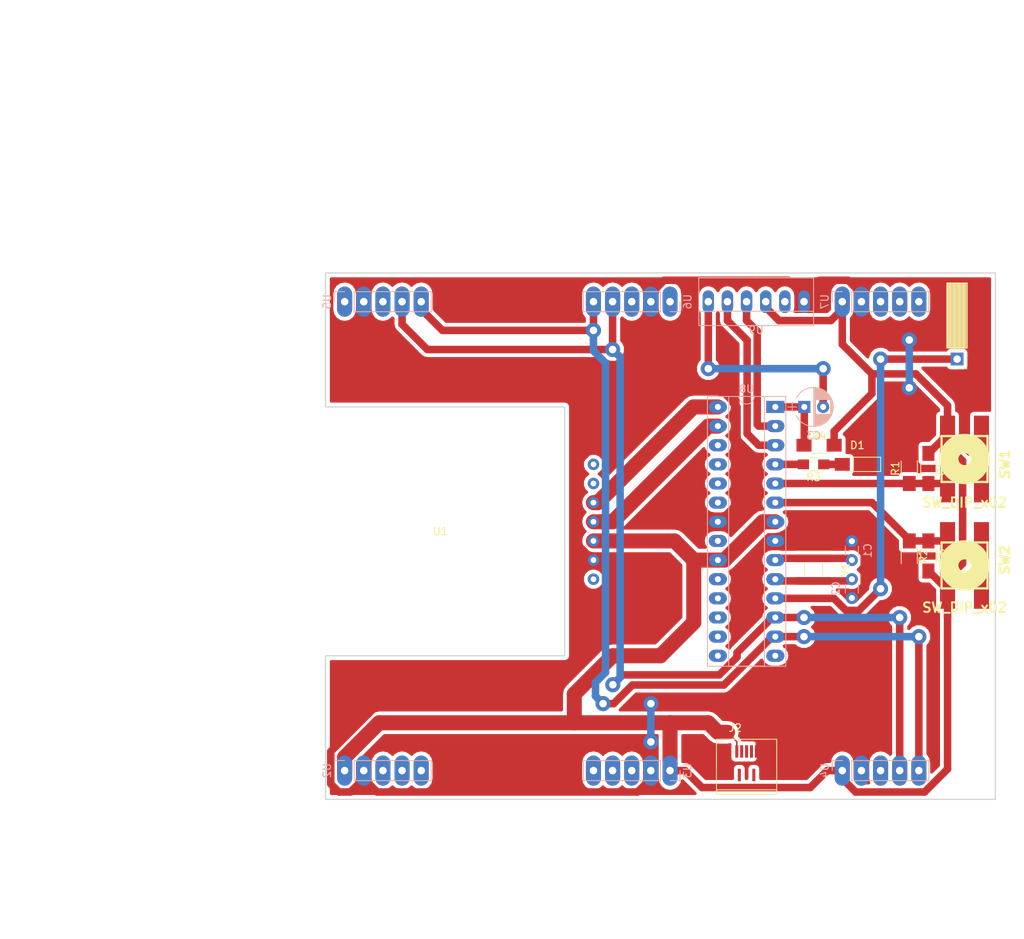
<source format=kicad_pcb>
(kicad_pcb (version 4) (host pcbnew 4.0.6)

  (general
    (links 55)
    (no_connects 1)
    (area 58.190001 27.78 194.310001 153.830001)
    (thickness 1.6)
    (drawings 22)
    (tracks 227)
    (zones 0)
    (modules 24)
    (nets 19)
  )

  (page A4)
  (layers
    (0 F.Cu signal)
    (31 B.Cu signal)
    (32 B.Adhes user)
    (33 F.Adhes user)
    (34 B.Paste user hide)
    (35 F.Paste user hide)
    (36 B.SilkS user hide)
    (37 F.SilkS user)
    (38 B.Mask user)
    (39 F.Mask user hide)
    (40 Dwgs.User user)
    (41 Cmts.User user)
    (42 Eco1.User user)
    (43 Eco2.User user)
    (44 Edge.Cuts user)
    (45 Margin user)
    (46 B.CrtYd user)
    (47 F.CrtYd user)
    (48 B.Fab user)
    (49 F.Fab user)
  )

  (setup
    (last_trace_width 2)
    (user_trace_width 0.2)
    (user_trace_width 0.3)
    (user_trace_width 0.4)
    (user_trace_width 1)
    (user_trace_width 1.2)
    (user_trace_width 1.6)
    (user_trace_width 1.8)
    (trace_clearance 0.34)
    (zone_clearance 0.5)
    (zone_45_only no)
    (trace_min 0.2)
    (segment_width 0.2)
    (edge_width 0.15)
    (via_size 2)
    (via_drill 1)
    (via_min_size 0.4)
    (via_min_drill 0.3)
    (uvia_size 0.3)
    (uvia_drill 0.1)
    (uvias_allowed no)
    (uvia_min_size 0.2)
    (uvia_min_drill 0.1)
    (pcb_text_width 0.3)
    (pcb_text_size 1.5 1.5)
    (mod_edge_width 0.15)
    (mod_text_size 1 1)
    (mod_text_width 0.15)
    (pad_size 1.65 0.4)
    (pad_drill 0)
    (pad_to_mask_clearance 0.2)
    (aux_axis_origin 102.87 64.77)
    (visible_elements 7FFFFFFF)
    (pcbplotparams
      (layerselection 0x01800_00000001)
      (usegerberextensions false)
      (excludeedgelayer true)
      (linewidth 0.100000)
      (plotframeref false)
      (viasonmask false)
      (mode 1)
      (useauxorigin true)
      (hpglpennumber 1)
      (hpglpenspeed 20)
      (hpglpendiameter 15)
      (hpglpenoverlay 2)
      (psnegative false)
      (psa4output false)
      (plotreference true)
      (plotvalue true)
      (plotinvisibletext false)
      (padsonsilk false)
      (subtractmaskfromsilk false)
      (outputformat 1)
      (mirror false)
      (drillshape 0)
      (scaleselection 1)
      (outputdirectory gerber))
  )

  (net 0 "")
  (net 1 MAX_IN)
  (net 2 LATCH)
  (net 3 CLK)
  (net 4 SDA)
  (net 5 SCL)
  (net 6 VCC)
  (net 7 GND)
  (net 8 OSC1)
  (net 9 OSC2)
  (net 10 RESET)
  (net 11 "Net-(C3-Pad2)")
  (net 12 SW1)
  (net 13 SW2)
  (net 14 "Net-(D1-Pad2)")
  (net 15 "Net-(J2-Pad6)")
  (net 16 LED)
  (net 17 RX)
  (net 18 TX)

  (net_class Default "Dies ist die voreingestellte Netzklasse."
    (clearance 0.34)
    (trace_width 2)
    (via_dia 2)
    (via_drill 1)
    (uvia_dia 0.3)
    (uvia_drill 0.1)
    (add_net CLK)
    (add_net GND)
    (add_net LATCH)
    (add_net LED)
    (add_net MAX_IN)
    (add_net "Net-(C3-Pad2)")
    (add_net "Net-(D1-Pad2)")
    (add_net "Net-(J2-Pad6)")
    (add_net OSC1)
    (add_net OSC2)
    (add_net RESET)
    (add_net RX)
    (add_net SCL)
    (add_net SDA)
    (add_net SW1)
    (add_net SW2)
    (add_net TX)
    (add_net VCC)
  )

  (net_class 0,4mm ""
    (clearance 0.1)
    (trace_width 0.4)
    (via_dia 2)
    (via_drill 1)
    (uvia_dia 0.3)
    (uvia_drill 0.1)
  )

  (net_class 1mm ""
    (clearance 0.5)
    (trace_width 1)
    (via_dia 2)
    (via_drill 1)
    (uvia_dia 0.3)
    (uvia_drill 0.1)
  )

  (module Socket_Strips:Socket_Strip_Angled_1x01_Pitch2.54mm (layer F.Cu) (tedit 597DE67D) (tstamp 597C5703)
    (at 185.42 74.93 270)
    (descr "Through hole angled socket strip, 1x01, 2.54mm pitch, 8.51mm socket length, single row")
    (tags "Through hole angled socket strip THT 1x01 2.54mm single row")
    (path /597B8EB0)
    (fp_text reference J1 (at -4.38 -2.27 270) (layer F.SilkS) hide
      (effects (font (size 1 1) (thickness 0.15)))
    )
    (fp_text value CONN_01X01_MALE (at -4.38 2.27 270) (layer F.Fab)
      (effects (font (size 1 1) (thickness 0.15)))
    )
    (fp_line (start -1.52 -1.27) (end -1.52 1.27) (layer F.Fab) (width 0.1))
    (fp_line (start -1.52 1.27) (end -10.03 1.27) (layer F.Fab) (width 0.1))
    (fp_line (start -10.03 1.27) (end -10.03 -1.27) (layer F.Fab) (width 0.1))
    (fp_line (start -10.03 -1.27) (end -1.52 -1.27) (layer F.Fab) (width 0.1))
    (fp_line (start 0 -0.32) (end 0 0.32) (layer F.Fab) (width 0.1))
    (fp_line (start 0 0.32) (end -1.52 0.32) (layer F.Fab) (width 0.1))
    (fp_line (start -1.52 0.32) (end -1.52 -0.32) (layer F.Fab) (width 0.1))
    (fp_line (start -1.52 -0.32) (end 0 -0.32) (layer F.Fab) (width 0.1))
    (fp_line (start -1.46 -1.33) (end -1.46 1.33) (layer F.SilkS) (width 0.12))
    (fp_line (start -1.46 1.33) (end -10.09 1.33) (layer F.SilkS) (width 0.12))
    (fp_line (start -10.09 1.33) (end -10.09 -1.33) (layer F.SilkS) (width 0.12))
    (fp_line (start -10.09 -1.33) (end -1.46 -1.33) (layer F.SilkS) (width 0.12))
    (fp_line (start -1.46 -1.33) (end -1.46 1.27) (layer F.SilkS) (width 0.12))
    (fp_line (start -1.46 1.27) (end -10.09 1.27) (layer F.SilkS) (width 0.12))
    (fp_line (start -10.09 1.27) (end -10.09 -1.33) (layer F.SilkS) (width 0.12))
    (fp_line (start -10.09 -1.33) (end -1.46 -1.33) (layer F.SilkS) (width 0.12))
    (fp_line (start -1.03 -0.38) (end -1.46 -0.38) (layer F.SilkS) (width 0.12))
    (fp_line (start -1.03 0.38) (end -1.46 0.38) (layer F.SilkS) (width 0.12))
    (fp_line (start -1.46 -1.15) (end -10.09 -1.15) (layer F.SilkS) (width 0.12))
    (fp_line (start -1.46 -1.03) (end -10.09 -1.03) (layer F.SilkS) (width 0.12))
    (fp_line (start -1.46 -0.91) (end -10.09 -0.91) (layer F.SilkS) (width 0.12))
    (fp_line (start -1.46 -0.79) (end -10.09 -0.79) (layer F.SilkS) (width 0.12))
    (fp_line (start -1.46 -0.67) (end -10.09 -0.67) (layer F.SilkS) (width 0.12))
    (fp_line (start -1.46 -0.55) (end -10.09 -0.55) (layer F.SilkS) (width 0.12))
    (fp_line (start -1.46 -0.43) (end -10.09 -0.43) (layer F.SilkS) (width 0.12))
    (fp_line (start -1.46 -0.31) (end -10.09 -0.31) (layer F.SilkS) (width 0.12))
    (fp_line (start -1.46 -0.19) (end -10.09 -0.19) (layer F.SilkS) (width 0.12))
    (fp_line (start -1.46 -0.07) (end -10.09 -0.07) (layer F.SilkS) (width 0.12))
    (fp_line (start -1.46 0.05) (end -10.09 0.05) (layer F.SilkS) (width 0.12))
    (fp_line (start -1.46 0.17) (end -10.09 0.17) (layer F.SilkS) (width 0.12))
    (fp_line (start -1.46 0.29) (end -10.09 0.29) (layer F.SilkS) (width 0.12))
    (fp_line (start -1.46 0.41) (end -10.09 0.41) (layer F.SilkS) (width 0.12))
    (fp_line (start -1.46 0.53) (end -10.09 0.53) (layer F.SilkS) (width 0.12))
    (fp_line (start -1.46 0.65) (end -10.09 0.65) (layer F.SilkS) (width 0.12))
    (fp_line (start -1.46 0.77) (end -10.09 0.77) (layer F.SilkS) (width 0.12))
    (fp_line (start -1.46 0.89) (end -10.09 0.89) (layer F.SilkS) (width 0.12))
    (fp_line (start -1.46 1.01) (end -10.09 1.01) (layer F.SilkS) (width 0.12))
    (fp_line (start -1.46 1.13) (end -10.09 1.13) (layer F.SilkS) (width 0.12))
    (fp_line (start -1.46 1.25) (end -10.09 1.25) (layer F.SilkS) (width 0.12))
    (fp_line (start -1.46 1.37) (end -10.09 1.37) (layer F.SilkS) (width 0.12))
    (fp_line (start 0 -1.27) (end 1.27 -1.27) (layer F.SilkS) (width 0.12))
    (fp_line (start 1.27 -1.27) (end 1.27 0) (layer F.SilkS) (width 0.12))
    (fp_line (start 1.8 -1.8) (end 1.8 1.8) (layer F.CrtYd) (width 0.05))
    (fp_line (start 1.8 1.8) (end -10.55 1.8) (layer F.CrtYd) (width 0.05))
    (fp_line (start -10.55 1.8) (end -10.55 -1.8) (layer F.CrtYd) (width 0.05))
    (fp_line (start -10.55 -1.8) (end 1.8 -1.8) (layer F.CrtYd) (width 0.05))
    (fp_text user %R (at -4.38 -2.27 270) (layer F.Fab) hide
      (effects (font (size 1 1) (thickness 0.15)))
    )
    (pad 1 thru_hole rect (at 0 0 270) (size 1.7 1.7) (drill 1) (layers *.Cu *.Mask)
      (net 1 MAX_IN))
    (model ${KISYS3DMOD}/Socket_Strips.3dshapes/Socket_Strip_Angled_1x01_Pitch2.54mm.wrl
      (at (xyz 0 0 0))
      (scale (xyz 1 1 1))
      (rotate (xyz 0 0 270))
    )
  )

  (module Socket_Strips:Socket_Strip_Straight_1x05_Pitch2.54mm (layer B.Cu) (tedit 58CD5446) (tstamp 597C571C)
    (at 104.14 129.54 270)
    (descr "Through hole straight socket strip, 1x05, 2.54mm pitch, single row")
    (tags "Through hole socket strip THT 1x05 2.54mm single row")
    (path /596A2A6D)
    (fp_text reference U2 (at 0 2.33 270) (layer B.SilkS)
      (effects (font (size 1 1) (thickness 0.15)) (justify mirror))
    )
    (fp_text value MAX7219_IN (at 0 -12.49 270) (layer B.Fab)
      (effects (font (size 1 1) (thickness 0.15)) (justify mirror))
    )
    (fp_line (start -1.27 1.27) (end -1.27 -11.43) (layer B.Fab) (width 0.1))
    (fp_line (start -1.27 -11.43) (end 1.27 -11.43) (layer B.Fab) (width 0.1))
    (fp_line (start 1.27 -11.43) (end 1.27 1.27) (layer B.Fab) (width 0.1))
    (fp_line (start 1.27 1.27) (end -1.27 1.27) (layer B.Fab) (width 0.1))
    (fp_line (start -1.33 -1.27) (end -1.33 -11.49) (layer B.SilkS) (width 0.12))
    (fp_line (start -1.33 -11.49) (end 1.33 -11.49) (layer B.SilkS) (width 0.12))
    (fp_line (start 1.33 -11.49) (end 1.33 -1.27) (layer B.SilkS) (width 0.12))
    (fp_line (start 1.33 -1.27) (end -1.33 -1.27) (layer B.SilkS) (width 0.12))
    (fp_line (start -1.33 0) (end -1.33 1.33) (layer B.SilkS) (width 0.12))
    (fp_line (start -1.33 1.33) (end 0 1.33) (layer B.SilkS) (width 0.12))
    (fp_line (start -1.8 1.8) (end -1.8 -11.95) (layer B.CrtYd) (width 0.05))
    (fp_line (start -1.8 -11.95) (end 1.8 -11.95) (layer B.CrtYd) (width 0.05))
    (fp_line (start 1.8 -11.95) (end 1.8 1.8) (layer B.CrtYd) (width 0.05))
    (fp_line (start 1.8 1.8) (end -1.8 1.8) (layer B.CrtYd) (width 0.05))
    (fp_text user %R (at 0 2.33 270) (layer B.Fab)
      (effects (font (size 1 1) (thickness 0.15)) (justify mirror))
    )
    (pad 1 thru_hole oval (at 0 0 270) (size 4 2) (drill 1) (layers *.Cu *.Mask)
      (net 6 VCC))
    (pad 2 thru_hole oval (at 0 -2.54 270) (size 4 2) (drill 1) (layers *.Cu *.Mask)
      (net 7 GND))
    (pad 3 thru_hole oval (at 0 -5.08 270) (size 4 2) (drill 1) (layers *.Cu *.Mask))
    (pad 4 thru_hole oval (at 0 -7.62 270) (size 4 2) (drill 1) (layers *.Cu *.Mask))
    (pad 5 thru_hole oval (at 0 -10.16 270) (size 4 2) (drill 1) (layers *.Cu *.Mask))
    (model ${KISYS3DMOD}/Socket_Strips.3dshapes/Socket_Strip_Straight_1x05_Pitch2.54mm.wrl
      (at (xyz 0 -0.2 0))
      (scale (xyz 1 1 1))
      (rotate (xyz 0 0 270))
    )
  )

  (module Socket_Strips:Socket_Strip_Straight_1x05_Pitch2.54mm (layer B.Cu) (tedit 58CD5446) (tstamp 597C5725)
    (at 147.32 129.54 90)
    (descr "Through hole straight socket strip, 1x05, 2.54mm pitch, single row")
    (tags "Through hole socket strip THT 1x05 2.54mm single row")
    (path /597B8DED)
    (fp_text reference U3 (at 0 2.33 90) (layer B.SilkS)
      (effects (font (size 1 1) (thickness 0.15)) (justify mirror))
    )
    (fp_text value MAX7219_IN (at 0 -12.49 90) (layer B.Fab)
      (effects (font (size 1 1) (thickness 0.15)) (justify mirror))
    )
    (fp_line (start -1.27 1.27) (end -1.27 -11.43) (layer B.Fab) (width 0.1))
    (fp_line (start -1.27 -11.43) (end 1.27 -11.43) (layer B.Fab) (width 0.1))
    (fp_line (start 1.27 -11.43) (end 1.27 1.27) (layer B.Fab) (width 0.1))
    (fp_line (start 1.27 1.27) (end -1.27 1.27) (layer B.Fab) (width 0.1))
    (fp_line (start -1.33 -1.27) (end -1.33 -11.49) (layer B.SilkS) (width 0.12))
    (fp_line (start -1.33 -11.49) (end 1.33 -11.49) (layer B.SilkS) (width 0.12))
    (fp_line (start 1.33 -11.49) (end 1.33 -1.27) (layer B.SilkS) (width 0.12))
    (fp_line (start 1.33 -1.27) (end -1.33 -1.27) (layer B.SilkS) (width 0.12))
    (fp_line (start -1.33 0) (end -1.33 1.33) (layer B.SilkS) (width 0.12))
    (fp_line (start -1.33 1.33) (end 0 1.33) (layer B.SilkS) (width 0.12))
    (fp_line (start -1.8 1.8) (end -1.8 -11.95) (layer B.CrtYd) (width 0.05))
    (fp_line (start -1.8 -11.95) (end 1.8 -11.95) (layer B.CrtYd) (width 0.05))
    (fp_line (start 1.8 -11.95) (end 1.8 1.8) (layer B.CrtYd) (width 0.05))
    (fp_line (start 1.8 1.8) (end -1.8 1.8) (layer B.CrtYd) (width 0.05))
    (fp_text user %R (at 0 2.33 90) (layer B.Fab)
      (effects (font (size 1 1) (thickness 0.15)) (justify mirror))
    )
    (pad 1 thru_hole oval (at 0 0 90) (size 4 2) (drill 1) (layers *.Cu *.Mask)
      (net 6 VCC))
    (pad 2 thru_hole oval (at 0 -2.54 90) (size 4 2) (drill 1) (layers *.Cu *.Mask)
      (net 7 GND))
    (pad 3 thru_hole oval (at 0 -5.08 90) (size 4 2) (drill 1) (layers *.Cu *.Mask))
    (pad 4 thru_hole oval (at 0 -7.62 90) (size 4 2) (drill 1) (layers *.Cu *.Mask))
    (pad 5 thru_hole oval (at 0 -10.16 90) (size 4 2) (drill 1) (layers *.Cu *.Mask))
    (model ${KISYS3DMOD}/Socket_Strips.3dshapes/Socket_Strip_Straight_1x05_Pitch2.54mm.wrl
      (at (xyz 0 -0.2 0))
      (scale (xyz 1 1 1))
      (rotate (xyz 0 0 270))
    )
  )

  (module Socket_Strips:Socket_Strip_Straight_1x05_Pitch2.54mm (layer B.Cu) (tedit 58CD5446) (tstamp 597C572E)
    (at 170.18 129.54 270)
    (descr "Through hole straight socket strip, 1x05, 2.54mm pitch, single row")
    (tags "Through hole socket strip THT 1x05 2.54mm single row")
    (path /597B8E78)
    (fp_text reference U4 (at 0 2.33 270) (layer B.SilkS)
      (effects (font (size 1 1) (thickness 0.15)) (justify mirror))
    )
    (fp_text value MAX7219_IN (at 0 -12.49 270) (layer B.Fab)
      (effects (font (size 1 1) (thickness 0.15)) (justify mirror))
    )
    (fp_line (start -1.27 1.27) (end -1.27 -11.43) (layer B.Fab) (width 0.1))
    (fp_line (start -1.27 -11.43) (end 1.27 -11.43) (layer B.Fab) (width 0.1))
    (fp_line (start 1.27 -11.43) (end 1.27 1.27) (layer B.Fab) (width 0.1))
    (fp_line (start 1.27 1.27) (end -1.27 1.27) (layer B.Fab) (width 0.1))
    (fp_line (start -1.33 -1.27) (end -1.33 -11.49) (layer B.SilkS) (width 0.12))
    (fp_line (start -1.33 -11.49) (end 1.33 -11.49) (layer B.SilkS) (width 0.12))
    (fp_line (start 1.33 -11.49) (end 1.33 -1.27) (layer B.SilkS) (width 0.12))
    (fp_line (start 1.33 -1.27) (end -1.33 -1.27) (layer B.SilkS) (width 0.12))
    (fp_line (start -1.33 0) (end -1.33 1.33) (layer B.SilkS) (width 0.12))
    (fp_line (start -1.33 1.33) (end 0 1.33) (layer B.SilkS) (width 0.12))
    (fp_line (start -1.8 1.8) (end -1.8 -11.95) (layer B.CrtYd) (width 0.05))
    (fp_line (start -1.8 -11.95) (end 1.8 -11.95) (layer B.CrtYd) (width 0.05))
    (fp_line (start 1.8 -11.95) (end 1.8 1.8) (layer B.CrtYd) (width 0.05))
    (fp_line (start 1.8 1.8) (end -1.8 1.8) (layer B.CrtYd) (width 0.05))
    (fp_text user %R (at 0 2.33 270) (layer B.Fab)
      (effects (font (size 1 1) (thickness 0.15)) (justify mirror))
    )
    (pad 1 thru_hole oval (at 0 0 270) (size 4 2) (drill 1) (layers *.Cu *.Mask)
      (net 6 VCC))
    (pad 2 thru_hole oval (at 0 -2.54 270) (size 4 2) (drill 1) (layers *.Cu *.Mask)
      (net 7 GND))
    (pad 3 thru_hole oval (at 0 -5.08 270) (size 4 2) (drill 1) (layers *.Cu *.Mask))
    (pad 4 thru_hole oval (at 0 -7.62 270) (size 4 2) (drill 1) (layers *.Cu *.Mask)
      (net 2 LATCH))
    (pad 5 thru_hole oval (at 0 -10.16 270) (size 4 2) (drill 1) (layers *.Cu *.Mask)
      (net 3 CLK))
    (model ${KISYS3DMOD}/Socket_Strips.3dshapes/Socket_Strip_Straight_1x05_Pitch2.54mm.wrl
      (at (xyz 0 -0.2 0))
      (scale (xyz 1 1 1))
      (rotate (xyz 0 0 270))
    )
  )

  (module Socket_Strips:Socket_Strip_Straight_1x05_Pitch2.54mm (layer B.Cu) (tedit 597C7995) (tstamp 597C5737)
    (at 104.14 67.31 270)
    (descr "Through hole straight socket strip, 1x05, 2.54mm pitch, single row")
    (tags "Through hole socket strip THT 1x05 2.54mm single row")
    (path /597B8E8D)
    (fp_text reference U5 (at 0 2.33 270) (layer B.SilkS)
      (effects (font (size 1 1) (thickness 0.15)) (justify mirror))
    )
    (fp_text value MAX7219_IN (at 0 -12.49 270) (layer B.Fab)
      (effects (font (size 1 1) (thickness 0.15)) (justify mirror))
    )
    (fp_line (start -1.27 1.27) (end -1.27 -11.43) (layer B.Fab) (width 0.1))
    (fp_line (start -1.27 -11.43) (end 1.27 -11.43) (layer B.Fab) (width 0.1))
    (fp_line (start 1.27 -11.43) (end 1.27 1.27) (layer B.Fab) (width 0.1))
    (fp_line (start 1.27 1.27) (end -1.27 1.27) (layer B.Fab) (width 0.1))
    (fp_line (start -1.33 -1.27) (end -1.33 -11.49) (layer B.SilkS) (width 0.12))
    (fp_line (start -1.33 -11.49) (end 1.33 -11.49) (layer B.SilkS) (width 0.12))
    (fp_line (start 1.33 -11.49) (end 1.33 -1.27) (layer B.SilkS) (width 0.12))
    (fp_line (start 1.33 -1.27) (end -1.33 -1.27) (layer B.SilkS) (width 0.12))
    (fp_line (start -1.33 0) (end -1.33 1.33) (layer B.SilkS) (width 0.12))
    (fp_line (start -1.33 1.33) (end 0 1.33) (layer B.SilkS) (width 0.12))
    (fp_line (start -1.8 1.8) (end -1.8 -11.95) (layer B.CrtYd) (width 0.05))
    (fp_line (start -1.8 -11.95) (end 1.8 -11.95) (layer B.CrtYd) (width 0.05))
    (fp_line (start 1.8 -11.95) (end 1.8 1.8) (layer B.CrtYd) (width 0.05))
    (fp_line (start 1.8 1.8) (end -1.8 1.8) (layer B.CrtYd) (width 0.05))
    (fp_text user %R (at 0 2.33 270) (layer B.Fab)
      (effects (font (size 1 1) (thickness 0.15)) (justify mirror))
    )
    (pad 1 thru_hole oval (at 0 0 270) (size 4 2) (drill 1) (layers *.Cu *.Mask))
    (pad 2 thru_hole oval (at 0 -2.54 270) (size 4 2) (drill 1) (layers *.Cu *.Mask)
      (net 7 GND))
    (pad 3 thru_hole oval (at 0 -5.08 270) (size 4 2) (drill 1) (layers *.Cu *.Mask))
    (pad 4 thru_hole oval (at 0 -7.62 270) (size 4 2) (drill 1) (layers *.Cu *.Mask)
      (net 2 LATCH))
    (pad 5 thru_hole oval (at 0 -10.16 270) (size 4 2) (drill 1) (layers *.Cu *.Mask)
      (net 3 CLK))
    (model ${KISYS3DMOD}/Socket_Strips.3dshapes/Socket_Strip_Straight_1x05_Pitch2.54mm.wrl
      (at (xyz 0 -0.2 0))
      (scale (xyz 1 1 1))
      (rotate (xyz 0 0 270))
    )
  )

  (module Socket_Strips:Socket_Strip_Straight_1x05_Pitch2.54mm (layer B.Cu) (tedit 58CD5446) (tstamp 597C607C)
    (at 147.32 67.31 90)
    (descr "Through hole straight socket strip, 1x05, 2.54mm pitch, single row")
    (tags "Through hole socket strip THT 1x05 2.54mm single row")
    (path /597C60B3)
    (fp_text reference U6 (at 0 2.33 90) (layer B.SilkS)
      (effects (font (size 1 1) (thickness 0.15)) (justify mirror))
    )
    (fp_text value MAX7219_IN (at 0 -12.49 90) (layer B.Fab)
      (effects (font (size 1 1) (thickness 0.15)) (justify mirror))
    )
    (fp_line (start -1.27 1.27) (end -1.27 -11.43) (layer B.Fab) (width 0.1))
    (fp_line (start -1.27 -11.43) (end 1.27 -11.43) (layer B.Fab) (width 0.1))
    (fp_line (start 1.27 -11.43) (end 1.27 1.27) (layer B.Fab) (width 0.1))
    (fp_line (start 1.27 1.27) (end -1.27 1.27) (layer B.Fab) (width 0.1))
    (fp_line (start -1.33 -1.27) (end -1.33 -11.49) (layer B.SilkS) (width 0.12))
    (fp_line (start -1.33 -11.49) (end 1.33 -11.49) (layer B.SilkS) (width 0.12))
    (fp_line (start 1.33 -11.49) (end 1.33 -1.27) (layer B.SilkS) (width 0.12))
    (fp_line (start 1.33 -1.27) (end -1.33 -1.27) (layer B.SilkS) (width 0.12))
    (fp_line (start -1.33 0) (end -1.33 1.33) (layer B.SilkS) (width 0.12))
    (fp_line (start -1.33 1.33) (end 0 1.33) (layer B.SilkS) (width 0.12))
    (fp_line (start -1.8 1.8) (end -1.8 -11.95) (layer B.CrtYd) (width 0.05))
    (fp_line (start -1.8 -11.95) (end 1.8 -11.95) (layer B.CrtYd) (width 0.05))
    (fp_line (start 1.8 -11.95) (end 1.8 1.8) (layer B.CrtYd) (width 0.05))
    (fp_line (start 1.8 1.8) (end -1.8 1.8) (layer B.CrtYd) (width 0.05))
    (fp_text user %R (at 0 2.33 90) (layer B.Fab)
      (effects (font (size 1 1) (thickness 0.15)) (justify mirror))
    )
    (pad 1 thru_hole oval (at 0 0 90) (size 4 2) (drill 1) (layers *.Cu *.Mask))
    (pad 2 thru_hole oval (at 0 -2.54 90) (size 4 2) (drill 1) (layers *.Cu *.Mask)
      (net 7 GND))
    (pad 3 thru_hole oval (at 0 -5.08 90) (size 4 2) (drill 1) (layers *.Cu *.Mask))
    (pad 4 thru_hole oval (at 0 -7.62 90) (size 4 2) (drill 1) (layers *.Cu *.Mask)
      (net 2 LATCH))
    (pad 5 thru_hole oval (at 0 -10.16 90) (size 4 2) (drill 1) (layers *.Cu *.Mask)
      (net 3 CLK))
    (model ${KISYS3DMOD}/Socket_Strips.3dshapes/Socket_Strip_Straight_1x05_Pitch2.54mm.wrl
      (at (xyz 0 -0.2 0))
      (scale (xyz 1 1 1))
      (rotate (xyz 0 0 270))
    )
  )

  (module Socket_Strips:Socket_Strip_Straight_1x05_Pitch2.54mm (layer B.Cu) (tedit 58CD5446) (tstamp 597C6085)
    (at 170.18 67.31 270)
    (descr "Through hole straight socket strip, 1x05, 2.54mm pitch, single row")
    (tags "Through hole socket strip THT 1x05 2.54mm single row")
    (path /597C60C8)
    (fp_text reference U7 (at 0 2.33 270) (layer B.SilkS)
      (effects (font (size 1 1) (thickness 0.15)) (justify mirror))
    )
    (fp_text value MAX7219_IN (at 0 -12.49 270) (layer B.Fab)
      (effects (font (size 1 1) (thickness 0.15)) (justify mirror))
    )
    (fp_line (start -1.27 1.27) (end -1.27 -11.43) (layer B.Fab) (width 0.1))
    (fp_line (start -1.27 -11.43) (end 1.27 -11.43) (layer B.Fab) (width 0.1))
    (fp_line (start 1.27 -11.43) (end 1.27 1.27) (layer B.Fab) (width 0.1))
    (fp_line (start 1.27 1.27) (end -1.27 1.27) (layer B.Fab) (width 0.1))
    (fp_line (start -1.33 -1.27) (end -1.33 -11.49) (layer B.SilkS) (width 0.12))
    (fp_line (start -1.33 -11.49) (end 1.33 -11.49) (layer B.SilkS) (width 0.12))
    (fp_line (start 1.33 -11.49) (end 1.33 -1.27) (layer B.SilkS) (width 0.12))
    (fp_line (start 1.33 -1.27) (end -1.33 -1.27) (layer B.SilkS) (width 0.12))
    (fp_line (start -1.33 0) (end -1.33 1.33) (layer B.SilkS) (width 0.12))
    (fp_line (start -1.33 1.33) (end 0 1.33) (layer B.SilkS) (width 0.12))
    (fp_line (start -1.8 1.8) (end -1.8 -11.95) (layer B.CrtYd) (width 0.05))
    (fp_line (start -1.8 -11.95) (end 1.8 -11.95) (layer B.CrtYd) (width 0.05))
    (fp_line (start 1.8 -11.95) (end 1.8 1.8) (layer B.CrtYd) (width 0.05))
    (fp_line (start 1.8 1.8) (end -1.8 1.8) (layer B.CrtYd) (width 0.05))
    (fp_text user %R (at 0 2.33 270) (layer B.Fab)
      (effects (font (size 1 1) (thickness 0.15)) (justify mirror))
    )
    (pad 1 thru_hole oval (at 0 0 270) (size 4 2) (drill 1) (layers *.Cu *.Mask)
      (net 6 VCC))
    (pad 2 thru_hole oval (at 0 -2.54 270) (size 4 2) (drill 1) (layers *.Cu *.Mask)
      (net 7 GND))
    (pad 3 thru_hole oval (at 0 -5.08 270) (size 4 2) (drill 1) (layers *.Cu *.Mask))
    (pad 4 thru_hole oval (at 0 -7.62 270) (size 4 2) (drill 1) (layers *.Cu *.Mask))
    (pad 5 thru_hole oval (at 0 -10.16 270) (size 4 2) (drill 1) (layers *.Cu *.Mask))
    (model ${KISYS3DMOD}/Socket_Strips.3dshapes/Socket_Strip_Straight_1x05_Pitch2.54mm.wrl
      (at (xyz 0 -0.2 0))
      (scale (xyz 1 1 1))
      (rotate (xyz 0 0 270))
    )
  )

  (module Capacitors_THT:C_Disc_D3.0mm_W1.6mm_P2.50mm (layer B.Cu) (tedit 597BC7C2) (tstamp 598F1986)
    (at 171.45 101.6 90)
    (descr "C, Disc series, Radial, pin pitch=2.50mm, , diameter*width=3.0*1.6mm^2, Capacitor, http://www.vishay.com/docs/45233/krseries.pdf")
    (tags "C Disc series Radial pin pitch 2.50mm  diameter 3.0mm width 1.6mm Capacitor")
    (path /598E090A)
    (fp_text reference C1 (at 1.25 2.11 90) (layer B.SilkS)
      (effects (font (size 1 1) (thickness 0.15)) (justify mirror))
    )
    (fp_text value 22pF (at 1.25 -2.11 90) (layer B.Fab)
      (effects (font (size 1 1) (thickness 0.15)) (justify mirror))
    )
    (fp_line (start -0.25 0.8) (end -0.25 -0.8) (layer B.Fab) (width 0.1))
    (fp_line (start -0.25 -0.8) (end 2.75 -0.8) (layer B.Fab) (width 0.1))
    (fp_line (start 2.75 -0.8) (end 2.75 0.8) (layer B.Fab) (width 0.1))
    (fp_line (start 2.75 0.8) (end -0.25 0.8) (layer B.Fab) (width 0.1))
    (fp_line (start 0.663 0.861) (end 1.837 0.861) (layer B.SilkS) (width 0.12))
    (fp_line (start 0.663 -0.861) (end 1.837 -0.861) (layer B.SilkS) (width 0.12))
    (fp_line (start -1.05 1.15) (end -1.05 -1.15) (layer B.CrtYd) (width 0.05))
    (fp_line (start -1.05 -1.15) (end 3.55 -1.15) (layer B.CrtYd) (width 0.05))
    (fp_line (start 3.55 -1.15) (end 3.55 1.15) (layer B.CrtYd) (width 0.05))
    (fp_line (start 3.55 1.15) (end -1.05 1.15) (layer B.CrtYd) (width 0.05))
    (fp_text user %R (at 1.25 0 90) (layer B.Fab)
      (effects (font (size 1 1) (thickness 0.15)) (justify mirror))
    )
    (pad 1 thru_hole circle (at 0 0 90) (size 1.6 1.6) (drill 0.8) (layers *.Cu *.Mask)
      (net 8 OSC1))
    (pad 2 thru_hole circle (at 2.5 0 90) (size 1.6 1.6) (drill 0.8) (layers *.Cu *.Mask)
      (net 7 GND))
    (model ${KISYS3DMOD}/Capacitors_THT.3dshapes/C_Disc_D3.0mm_W1.6mm_P2.50mm.wrl
      (at (xyz 0 0 0))
      (scale (xyz 0.4 0.4 0.4))
      (rotate (xyz 0 0 0))
    )
  )

  (module Capacitors_THT:C_Disc_D3.0mm_W1.6mm_P2.50mm (layer B.Cu) (tedit 597BC7C2) (tstamp 598F198C)
    (at 171.45 104.14 270)
    (descr "C, Disc series, Radial, pin pitch=2.50mm, , diameter*width=3.0*1.6mm^2, Capacitor, http://www.vishay.com/docs/45233/krseries.pdf")
    (tags "C Disc series Radial pin pitch 2.50mm  diameter 3.0mm width 1.6mm Capacitor")
    (path /598E0A25)
    (fp_text reference C2 (at 1.25 2.11 270) (layer B.SilkS)
      (effects (font (size 1 1) (thickness 0.15)) (justify mirror))
    )
    (fp_text value 22pF (at 1.25 -2.11 270) (layer B.Fab)
      (effects (font (size 1 1) (thickness 0.15)) (justify mirror))
    )
    (fp_line (start -0.25 0.8) (end -0.25 -0.8) (layer B.Fab) (width 0.1))
    (fp_line (start -0.25 -0.8) (end 2.75 -0.8) (layer B.Fab) (width 0.1))
    (fp_line (start 2.75 -0.8) (end 2.75 0.8) (layer B.Fab) (width 0.1))
    (fp_line (start 2.75 0.8) (end -0.25 0.8) (layer B.Fab) (width 0.1))
    (fp_line (start 0.663 0.861) (end 1.837 0.861) (layer B.SilkS) (width 0.12))
    (fp_line (start 0.663 -0.861) (end 1.837 -0.861) (layer B.SilkS) (width 0.12))
    (fp_line (start -1.05 1.15) (end -1.05 -1.15) (layer B.CrtYd) (width 0.05))
    (fp_line (start -1.05 -1.15) (end 3.55 -1.15) (layer B.CrtYd) (width 0.05))
    (fp_line (start 3.55 -1.15) (end 3.55 1.15) (layer B.CrtYd) (width 0.05))
    (fp_line (start 3.55 1.15) (end -1.05 1.15) (layer B.CrtYd) (width 0.05))
    (fp_text user %R (at 1.25 0 270) (layer B.Fab)
      (effects (font (size 1 1) (thickness 0.15)) (justify mirror))
    )
    (pad 1 thru_hole circle (at 0 0 270) (size 1.6 1.6) (drill 0.8) (layers *.Cu *.Mask)
      (net 9 OSC2))
    (pad 2 thru_hole circle (at 2.5 0 270) (size 1.6 1.6) (drill 0.8) (layers *.Cu *.Mask)
      (net 7 GND))
    (model ${KISYS3DMOD}/Capacitors_THT.3dshapes/C_Disc_D3.0mm_W1.6mm_P2.50mm.wrl
      (at (xyz 0 0 0))
      (scale (xyz 0.4 0.4 0.4))
      (rotate (xyz 0 0 0))
    )
  )

  (module Capacitors_SMD:C_1206_HandSoldering (layer F.Cu) (tedit 58AA84D1) (tstamp 598F1998)
    (at 181.61 89.44 270)
    (descr "Capacitor SMD 1206, hand soldering")
    (tags "capacitor 1206")
    (path /598F6208)
    (attr smd)
    (fp_text reference C4 (at 0 -1.75 270) (layer F.SilkS)
      (effects (font (size 1 1) (thickness 0.15)))
    )
    (fp_text value 100nF (at 0 2 270) (layer F.Fab)
      (effects (font (size 1 1) (thickness 0.15)))
    )
    (fp_text user %R (at 0 -1.75 270) (layer F.Fab)
      (effects (font (size 1 1) (thickness 0.15)))
    )
    (fp_line (start -1.6 0.8) (end -1.6 -0.8) (layer F.Fab) (width 0.1))
    (fp_line (start 1.6 0.8) (end -1.6 0.8) (layer F.Fab) (width 0.1))
    (fp_line (start 1.6 -0.8) (end 1.6 0.8) (layer F.Fab) (width 0.1))
    (fp_line (start -1.6 -0.8) (end 1.6 -0.8) (layer F.Fab) (width 0.1))
    (fp_line (start 1 -1.02) (end -1 -1.02) (layer F.SilkS) (width 0.12))
    (fp_line (start -1 1.02) (end 1 1.02) (layer F.SilkS) (width 0.12))
    (fp_line (start -3.25 -1.05) (end 3.25 -1.05) (layer F.CrtYd) (width 0.05))
    (fp_line (start -3.25 -1.05) (end -3.25 1.05) (layer F.CrtYd) (width 0.05))
    (fp_line (start 3.25 1.05) (end 3.25 -1.05) (layer F.CrtYd) (width 0.05))
    (fp_line (start 3.25 1.05) (end -3.25 1.05) (layer F.CrtYd) (width 0.05))
    (pad 1 smd rect (at -2 0 270) (size 2 1.6) (layers F.Cu F.Paste F.Mask)
      (net 6 VCC))
    (pad 2 smd rect (at 2 0 270) (size 2 1.6) (layers F.Cu F.Paste F.Mask)
      (net 12 SW1))
    (model Capacitors_SMD.3dshapes/C_1206.wrl
      (at (xyz 0 0 0))
      (scale (xyz 1 1 1))
      (rotate (xyz 0 0 0))
    )
  )

  (module Capacitors_SMD:C_1206_HandSoldering (layer F.Cu) (tedit 58AA84D1) (tstamp 598F199E)
    (at 181.61 101.06 270)
    (descr "Capacitor SMD 1206, hand soldering")
    (tags "capacitor 1206")
    (path /598F6A52)
    (attr smd)
    (fp_text reference C5 (at 0 -1.75 270) (layer F.SilkS)
      (effects (font (size 1 1) (thickness 0.15)))
    )
    (fp_text value 100nF (at 0 2 270) (layer F.Fab)
      (effects (font (size 1 1) (thickness 0.15)))
    )
    (fp_text user %R (at 0 -1.75 270) (layer F.Fab)
      (effects (font (size 1 1) (thickness 0.15)))
    )
    (fp_line (start -1.6 0.8) (end -1.6 -0.8) (layer F.Fab) (width 0.1))
    (fp_line (start 1.6 0.8) (end -1.6 0.8) (layer F.Fab) (width 0.1))
    (fp_line (start 1.6 -0.8) (end 1.6 0.8) (layer F.Fab) (width 0.1))
    (fp_line (start -1.6 -0.8) (end 1.6 -0.8) (layer F.Fab) (width 0.1))
    (fp_line (start 1 -1.02) (end -1 -1.02) (layer F.SilkS) (width 0.12))
    (fp_line (start -1 1.02) (end 1 1.02) (layer F.SilkS) (width 0.12))
    (fp_line (start -3.25 -1.05) (end 3.25 -1.05) (layer F.CrtYd) (width 0.05))
    (fp_line (start -3.25 -1.05) (end -3.25 1.05) (layer F.CrtYd) (width 0.05))
    (fp_line (start 3.25 1.05) (end 3.25 -1.05) (layer F.CrtYd) (width 0.05))
    (fp_line (start 3.25 1.05) (end -3.25 1.05) (layer F.CrtYd) (width 0.05))
    (pad 1 smd rect (at -2 0 270) (size 2 1.6) (layers F.Cu F.Paste F.Mask)
      (net 13 SW2))
    (pad 2 smd rect (at 2 0 270) (size 2 1.6) (layers F.Cu F.Paste F.Mask)
      (net 6 VCC))
    (model Capacitors_SMD.3dshapes/C_1206.wrl
      (at (xyz 0 0 0))
      (scale (xyz 1 1 1))
      (rotate (xyz 0 0 0))
    )
  )

  (module LEDs:LED_1206_HandSoldering (layer F.Cu) (tedit 595FC724) (tstamp 598F19A4)
    (at 172.18 88.9 180)
    (descr "LED SMD 1206, hand soldering")
    (tags "LED 1206")
    (path /598F0345)
    (attr smd)
    (fp_text reference D1 (at 0 2.54 180) (layer F.SilkS)
      (effects (font (size 1 1) (thickness 0.15)))
    )
    (fp_text value LED (at 0 1.9 180) (layer F.Fab)
      (effects (font (size 1 1) (thickness 0.15)))
    )
    (fp_line (start -3.1 -0.95) (end -3.1 0.95) (layer F.SilkS) (width 0.12))
    (fp_line (start -0.4 0) (end 0.2 -0.4) (layer F.Fab) (width 0.1))
    (fp_line (start 0.2 -0.4) (end 0.2 0.4) (layer F.Fab) (width 0.1))
    (fp_line (start 0.2 0.4) (end -0.4 0) (layer F.Fab) (width 0.1))
    (fp_line (start -0.45 -0.4) (end -0.45 0.4) (layer F.Fab) (width 0.1))
    (fp_line (start -1.6 0.8) (end -1.6 -0.8) (layer F.Fab) (width 0.1))
    (fp_line (start 1.6 0.8) (end -1.6 0.8) (layer F.Fab) (width 0.1))
    (fp_line (start 1.6 -0.8) (end 1.6 0.8) (layer F.Fab) (width 0.1))
    (fp_line (start -1.6 -0.8) (end 1.6 -0.8) (layer F.Fab) (width 0.1))
    (fp_line (start -3.1 0.95) (end 1.6 0.95) (layer F.SilkS) (width 0.12))
    (fp_line (start -3.1 -0.95) (end 1.6 -0.95) (layer F.SilkS) (width 0.12))
    (fp_line (start -3.25 -1.11) (end 3.25 -1.11) (layer F.CrtYd) (width 0.05))
    (fp_line (start -3.25 -1.11) (end -3.25 1.1) (layer F.CrtYd) (width 0.05))
    (fp_line (start 3.25 1.1) (end 3.25 -1.11) (layer F.CrtYd) (width 0.05))
    (fp_line (start 3.25 1.1) (end -3.25 1.1) (layer F.CrtYd) (width 0.05))
    (pad 1 smd rect (at -2 0 180) (size 2 1.7) (layers F.Cu F.Paste F.Mask)
      (net 7 GND))
    (pad 2 smd rect (at 2 0 180) (size 2 1.7) (layers F.Cu F.Paste F.Mask)
      (net 14 "Net-(D1-Pad2)"))
    (model ${KISYS3DMOD}/LEDs.3dshapes/LED_1206.wrl
      (at (xyz 0 0 0))
      (scale (xyz 1 1 1))
      (rotate (xyz 0 0 180))
    )
  )

  (module Connectors:USB_Micro-B_10103594-0001LF (layer F.Cu) (tedit 598F58AB) (tstamp 598F19B3)
    (at 157.48 128.5)
    (descr "Micro USB Type B 10103594-0001LF")
    (tags "USB USB_B USB_micro USB_OTG")
    (path /598EE15E)
    (clearance 0.2)
    (attr smd)
    (fp_text reference J2 (at -1.5 -4.62) (layer F.SilkS)
      (effects (font (size 1 1) (thickness 0.15)))
    )
    (fp_text value MY_USB_OTG (at 0 6.17) (layer F.Fab)
      (effects (font (size 1 1) (thickness 0.15)))
    )
    (fp_line (start -4.25 -3.4) (end 4.25 -3.4) (layer F.CrtYd) (width 0.05))
    (fp_line (start 4.25 -3.4) (end 4.25 4.45) (layer F.CrtYd) (width 0.05))
    (fp_line (start 4.25 4.45) (end -4.25 4.45) (layer F.CrtYd) (width 0.05))
    (fp_line (start -4.25 4.45) (end -4.25 -3.4) (layer F.CrtYd) (width 0.05))
    (fp_line (start -4 4.2) (end 4 4.2) (layer F.SilkS) (width 0.12))
    (fp_line (start -4 -3.12) (end 4 -3.12) (layer F.SilkS) (width 0.12))
    (fp_line (start 4 -3.12) (end 4 4.2) (layer F.SilkS) (width 0.12))
    (fp_line (start 4 3.58) (end -4 3.58) (layer F.SilkS) (width 0.12))
    (fp_line (start -4 4.2) (end -4 -3.12) (layer F.SilkS) (width 0.12))
    (pad 1 smd rect (at -1.3 -1.5 90) (size 1.65 0.4) (layers F.Cu F.Paste F.Mask)
      (net 6 VCC) (solder_mask_margin 0.1) (solder_paste_margin 0.1) (clearance 0.1))
    (pad 2 smd rect (at -0.65 -1.5 90) (size 1.65 0.4) (layers F.Cu)
      (solder_mask_margin 0.1) (solder_paste_margin 0.1) (clearance 0.1))
    (pad 3 smd rect (at 0 -1.5 90) (size 1.65 0.4) (layers F.Cu F.Paste F.Mask)
      (solder_mask_margin 0.1) (solder_paste_margin 0.1) (clearance 0.1))
    (pad 4 smd rect (at 0.65 -1.5 90) (size 1.65 0.4) (layers F.Cu F.Paste F.Mask)
      (solder_mask_margin 0.1) (solder_paste_margin 0.1) (clearance 0.1))
    (pad 5 smd rect (at 1.3 -1.5 90) (size 1.65 0.4) (layers F.Cu F.Paste F.Mask)
      (net 7 GND) (clearance 0.2))
    (pad 6 smd rect (at -0.96 1.62 90) (size 1.65 0.4) (layers F.Cu F.Paste F.Mask)
      (net 15 "Net-(J2-Pad6)"))
    (pad 6 smd rect (at 0.96 1.62 90) (size 1.65 0.4) (layers F.Cu F.Paste F.Mask)
      (net 15 "Net-(J2-Pad6)"))
  )

  (module Resistors_SMD:R_1206_HandSoldering (layer F.Cu) (tedit 58E0A804) (tstamp 598F19B9)
    (at 179.07 89.44 90)
    (descr "Resistor SMD 1206, hand soldering")
    (tags "resistor 1206")
    (path /598F638D)
    (attr smd)
    (fp_text reference R1 (at 0 -1.85 90) (layer F.SilkS)
      (effects (font (size 1 1) (thickness 0.15)))
    )
    (fp_text value 10k (at 0 1.9 90) (layer F.Fab)
      (effects (font (size 1 1) (thickness 0.15)))
    )
    (fp_text user %R (at 0 0 90) (layer F.Fab)
      (effects (font (size 0.7 0.7) (thickness 0.105)))
    )
    (fp_line (start -1.6 0.8) (end -1.6 -0.8) (layer F.Fab) (width 0.1))
    (fp_line (start 1.6 0.8) (end -1.6 0.8) (layer F.Fab) (width 0.1))
    (fp_line (start 1.6 -0.8) (end 1.6 0.8) (layer F.Fab) (width 0.1))
    (fp_line (start -1.6 -0.8) (end 1.6 -0.8) (layer F.Fab) (width 0.1))
    (fp_line (start 1 1.07) (end -1 1.07) (layer F.SilkS) (width 0.12))
    (fp_line (start -1 -1.07) (end 1 -1.07) (layer F.SilkS) (width 0.12))
    (fp_line (start -3.25 -1.11) (end 3.25 -1.11) (layer F.CrtYd) (width 0.05))
    (fp_line (start -3.25 -1.11) (end -3.25 1.1) (layer F.CrtYd) (width 0.05))
    (fp_line (start 3.25 1.1) (end 3.25 -1.11) (layer F.CrtYd) (width 0.05))
    (fp_line (start 3.25 1.1) (end -3.25 1.1) (layer F.CrtYd) (width 0.05))
    (pad 1 smd rect (at -2 0 90) (size 2 1.7) (layers F.Cu F.Paste F.Mask)
      (net 12 SW1))
    (pad 2 smd rect (at 2 0 90) (size 2 1.7) (layers F.Cu F.Paste F.Mask)
      (net 7 GND))
    (model ${KISYS3DMOD}/Resistors_SMD.3dshapes/R_1206.wrl
      (at (xyz 0 0 0))
      (scale (xyz 1 1 1))
      (rotate (xyz 0 0 0))
    )
  )

  (module Resistors_SMD:R_1206_HandSoldering (layer F.Cu) (tedit 58E0A804) (tstamp 598F19BF)
    (at 179.07 101.06 270)
    (descr "Resistor SMD 1206, hand soldering")
    (tags "resistor 1206")
    (path /598F6A5C)
    (attr smd)
    (fp_text reference R2 (at 0 -1.85 270) (layer F.SilkS)
      (effects (font (size 1 1) (thickness 0.15)))
    )
    (fp_text value 10k (at 0 1.9 270) (layer F.Fab)
      (effects (font (size 1 1) (thickness 0.15)))
    )
    (fp_text user %R (at 0 0 270) (layer F.Fab)
      (effects (font (size 0.7 0.7) (thickness 0.105)))
    )
    (fp_line (start -1.6 0.8) (end -1.6 -0.8) (layer F.Fab) (width 0.1))
    (fp_line (start 1.6 0.8) (end -1.6 0.8) (layer F.Fab) (width 0.1))
    (fp_line (start 1.6 -0.8) (end 1.6 0.8) (layer F.Fab) (width 0.1))
    (fp_line (start -1.6 -0.8) (end 1.6 -0.8) (layer F.Fab) (width 0.1))
    (fp_line (start 1 1.07) (end -1 1.07) (layer F.SilkS) (width 0.12))
    (fp_line (start -1 -1.07) (end 1 -1.07) (layer F.SilkS) (width 0.12))
    (fp_line (start -3.25 -1.11) (end 3.25 -1.11) (layer F.CrtYd) (width 0.05))
    (fp_line (start -3.25 -1.11) (end -3.25 1.1) (layer F.CrtYd) (width 0.05))
    (fp_line (start 3.25 1.1) (end 3.25 -1.11) (layer F.CrtYd) (width 0.05))
    (fp_line (start 3.25 1.1) (end -3.25 1.1) (layer F.CrtYd) (width 0.05))
    (pad 1 smd rect (at -2 0 270) (size 2 1.7) (layers F.Cu F.Paste F.Mask)
      (net 13 SW2))
    (pad 2 smd rect (at 2 0 270) (size 2 1.7) (layers F.Cu F.Paste F.Mask)
      (net 7 GND))
    (model ${KISYS3DMOD}/Resistors_SMD.3dshapes/R_1206.wrl
      (at (xyz 0 0 0))
      (scale (xyz 1 1 1))
      (rotate (xyz 0 0 0))
    )
  )

  (module Resistors_SMD:R_0805_HandSoldering (layer F.Cu) (tedit 58E0A804) (tstamp 598F19C5)
    (at 166.37 88.9 180)
    (descr "Resistor SMD 0805, hand soldering")
    (tags "resistor 0805")
    (path /598EFE16)
    (attr smd)
    (fp_text reference R3 (at 0 -1.7 180) (layer F.SilkS)
      (effects (font (size 1 1) (thickness 0.15)))
    )
    (fp_text value R_LED (at 0 1.75 180) (layer F.Fab)
      (effects (font (size 1 1) (thickness 0.15)))
    )
    (fp_text user %R (at 0 0 180) (layer F.Fab)
      (effects (font (size 0.5 0.5) (thickness 0.075)))
    )
    (fp_line (start -1 0.62) (end -1 -0.62) (layer F.Fab) (width 0.1))
    (fp_line (start 1 0.62) (end -1 0.62) (layer F.Fab) (width 0.1))
    (fp_line (start 1 -0.62) (end 1 0.62) (layer F.Fab) (width 0.1))
    (fp_line (start -1 -0.62) (end 1 -0.62) (layer F.Fab) (width 0.1))
    (fp_line (start 0.6 0.88) (end -0.6 0.88) (layer F.SilkS) (width 0.12))
    (fp_line (start -0.6 -0.88) (end 0.6 -0.88) (layer F.SilkS) (width 0.12))
    (fp_line (start -2.35 -0.9) (end 2.35 -0.9) (layer F.CrtYd) (width 0.05))
    (fp_line (start -2.35 -0.9) (end -2.35 0.9) (layer F.CrtYd) (width 0.05))
    (fp_line (start 2.35 0.9) (end 2.35 -0.9) (layer F.CrtYd) (width 0.05))
    (fp_line (start 2.35 0.9) (end -2.35 0.9) (layer F.CrtYd) (width 0.05))
    (pad 1 smd rect (at -1.35 0 180) (size 1.5 1.3) (layers F.Cu F.Paste F.Mask)
      (net 14 "Net-(D1-Pad2)"))
    (pad 2 smd rect (at 1.35 0 180) (size 1.5 1.3) (layers F.Cu F.Paste F.Mask)
      (net 16 LED))
    (model ${KISYS3DMOD}/Resistors_SMD.3dshapes/R_0805.wrl
      (at (xyz 0 0 0))
      (scale (xyz 1 1 1))
      (rotate (xyz 0 0 0))
    )
  )

  (module Housings_DIP:DIP-28_W7.62mm_Socket_LongPads (layer B.Cu) (tedit 598F1EB7) (tstamp 598F19F5)
    (at 161.29 81.28 180)
    (descr "28-lead dip package, row spacing 7.62 mm (300 mils), Socket, LongPads")
    (tags "DIL DIP PDIP 2.54mm 7.62mm 300mil Socket LongPads")
    (path /598DF1B2)
    (fp_text reference U8 (at 3.81 2.39 180) (layer B.SilkS)
      (effects (font (size 1 1) (thickness 0.15)) (justify mirror))
    )
    (fp_text value ATMEGA328P-PU (at 3.81 -35.41 180) (layer B.Fab)
      (effects (font (size 1 1) (thickness 0.15)) (justify mirror))
    )
    (fp_text user %R (at 3.81 -16.51 180) (layer B.Fab)
      (effects (font (size 1 1) (thickness 0.15)) (justify mirror))
    )
    (fp_line (start 1.635 1.27) (end 6.985 1.27) (layer B.Fab) (width 0.1))
    (fp_line (start 6.985 1.27) (end 6.985 -34.29) (layer B.Fab) (width 0.1))
    (fp_line (start 6.985 -34.29) (end 0.635 -34.29) (layer B.Fab) (width 0.1))
    (fp_line (start 0.635 -34.29) (end 0.635 0.27) (layer B.Fab) (width 0.1))
    (fp_line (start 0.635 0.27) (end 1.635 1.27) (layer B.Fab) (width 0.1))
    (fp_line (start -1.27 1.27) (end -1.27 -34.29) (layer B.Fab) (width 0.1))
    (fp_line (start -1.27 -34.29) (end 8.89 -34.29) (layer B.Fab) (width 0.1))
    (fp_line (start 8.89 -34.29) (end 8.89 1.27) (layer B.Fab) (width 0.1))
    (fp_line (start 8.89 1.27) (end -1.27 1.27) (layer B.Fab) (width 0.1))
    (fp_line (start 2.81 1.39) (end 1.44 1.39) (layer B.SilkS) (width 0.12))
    (fp_line (start 1.44 1.39) (end 1.44 -34.41) (layer B.SilkS) (width 0.12))
    (fp_line (start 1.44 -34.41) (end 6.18 -34.41) (layer B.SilkS) (width 0.12))
    (fp_line (start 6.18 -34.41) (end 6.18 1.39) (layer B.SilkS) (width 0.12))
    (fp_line (start 6.18 1.39) (end 4.81 1.39) (layer B.SilkS) (width 0.12))
    (fp_line (start -1.39 1.39) (end -1.39 -34.41) (layer B.SilkS) (width 0.12))
    (fp_line (start -1.39 -34.41) (end 9.01 -34.41) (layer B.SilkS) (width 0.12))
    (fp_line (start 9.01 -34.41) (end 9.01 1.39) (layer B.SilkS) (width 0.12))
    (fp_line (start 9.01 1.39) (end -1.39 1.39) (layer B.SilkS) (width 0.12))
    (fp_line (start -1.7 1.7) (end -1.7 -34.7) (layer B.CrtYd) (width 0.05))
    (fp_line (start -1.7 -34.7) (end 9.3 -34.7) (layer B.CrtYd) (width 0.05))
    (fp_line (start 9.3 -34.7) (end 9.3 1.7) (layer B.CrtYd) (width 0.05))
    (fp_line (start 9.3 1.7) (end -1.7 1.7) (layer B.CrtYd) (width 0.05))
    (fp_arc (start 3.81 1.39) (end 2.81 1.39) (angle 180) (layer B.SilkS) (width 0.12))
    (pad 1 thru_hole rect (at 0 0 180) (size 2.4 1.6) (drill 0.8) (layers *.Cu *.Mask)
      (net 10 RESET))
    (pad 15 thru_hole oval (at 7.62 -33.02 180) (size 2.4 1.6) (drill 0.8) (layers *.Cu *.Mask))
    (pad 2 thru_hole oval (at 0 -2.54 180) (size 2.4 1.6) (drill 0.8) (layers *.Cu *.Mask)
      (net 17 RX))
    (pad 16 thru_hole oval (at 7.62 -30.48 180) (size 2.4 1.6) (drill 0.8) (layers *.Cu *.Mask))
    (pad 3 thru_hole oval (at 0 -5.08 180) (size 2.4 1.6) (drill 0.8) (layers *.Cu *.Mask)
      (net 18 TX))
    (pad 17 thru_hole oval (at 7.62 -27.94 180) (size 2.4 1.6) (drill 0.8) (layers *.Cu *.Mask))
    (pad 4 thru_hole oval (at 0 -7.62 180) (size 2.4 1.6) (drill 0.8) (layers *.Cu *.Mask)
      (net 16 LED))
    (pad 18 thru_hole oval (at 7.62 -25.4 180) (size 2.4 1.6) (drill 0.8) (layers *.Cu *.Mask))
    (pad 5 thru_hole oval (at 0 -10.16 180) (size 2.4 1.6) (drill 0.8) (layers *.Cu *.Mask)
      (net 12 SW1))
    (pad 19 thru_hole oval (at 7.62 -22.86 180) (size 2.4 1.6) (drill 0.8) (layers *.Cu *.Mask))
    (pad 6 thru_hole oval (at 0 -12.7 180) (size 2.4 1.6) (drill 0.8) (layers *.Cu *.Mask)
      (net 13 SW2))
    (pad 20 thru_hole oval (at 7.62 -20.32 180) (size 2.4 1.6) (drill 0.8) (layers *.Cu *.Mask)
      (net 6 VCC))
    (pad 7 thru_hole oval (at 0 -15.24 180) (size 2.4 1.6) (drill 0.8) (layers *.Cu *.Mask)
      (net 6 VCC))
    (pad 21 thru_hole oval (at 7.62 -17.78 180) (size 2.4 1.6) (drill 0.8) (layers *.Cu *.Mask))
    (pad 8 thru_hole oval (at 0 -17.78 180) (size 2.4 1.6) (drill 0.8) (layers *.Cu *.Mask)
      (net 7 GND))
    (pad 22 thru_hole oval (at 7.62 -15.24 180) (size 2.4 1.6) (drill 0.8) (layers *.Cu *.Mask)
      (net 7 GND))
    (pad 9 thru_hole oval (at 0 -20.32 180) (size 2.4 1.6) (drill 0.8) (layers *.Cu *.Mask)
      (net 8 OSC1))
    (pad 23 thru_hole oval (at 7.62 -12.7 180) (size 2.4 1.6) (drill 0.8) (layers *.Cu *.Mask))
    (pad 10 thru_hole oval (at 0 -22.86 180) (size 2.4 1.6) (drill 0.8) (layers *.Cu *.Mask)
      (net 9 OSC2))
    (pad 24 thru_hole oval (at 7.62 -10.16 180) (size 2.4 1.6) (drill 0.8) (layers *.Cu *.Mask))
    (pad 11 thru_hole oval (at 0 -25.4 180) (size 2.4 1.6) (drill 0.8) (layers *.Cu *.Mask)
      (net 1 MAX_IN))
    (pad 25 thru_hole oval (at 7.62 -7.62 180) (size 2.4 1.6) (drill 0.8) (layers *.Cu *.Mask))
    (pad 12 thru_hole oval (at 0 -27.94 180) (size 2.4 1.6) (drill 0.8) (layers *.Cu *.Mask)
      (net 2 LATCH))
    (pad 26 thru_hole oval (at 7.62 -5.08 180) (size 2.4 1.6) (drill 0.8) (layers *.Cu *.Mask))
    (pad 13 thru_hole oval (at 0 -30.48 180) (size 2.4 1.6) (drill 0.8) (layers *.Cu *.Mask)
      (net 3 CLK))
    (pad 27 thru_hole oval (at 7.62 -2.54 180) (size 2.4 1.6) (drill 0.8) (layers *.Cu *.Mask)
      (net 4 SDA))
    (pad 14 thru_hole oval (at 0 -33.02 180) (size 2.4 1.6) (drill 0.8) (layers *.Cu *.Mask))
    (pad 28 thru_hole oval (at 7.62 0 180) (size 2.4 1.6) (drill 0.8) (layers *.Cu *.Mask)
      (net 5 SCL))
    (model ${KISYS3DMOD}/Housings_DIP.3dshapes/DIP-28_W7.62mm_Socket_LongPads.wrl
      (at (xyz 0 0 0))
      (scale (xyz 1 1 1))
      (rotate (xyz 0 0 0))
    )
  )

  (module Connectors:PINHEAD1-6 (layer B.Cu) (tedit 0) (tstamp 598F19FF)
    (at 152.4 67.31)
    (path /598E1785)
    (fp_text reference U9 (at 6.35 3.75) (layer B.SilkS)
      (effects (font (size 1 1) (thickness 0.15)) (justify mirror))
    )
    (fp_text value FTDI1232 (at 6.35 -3.81) (layer B.Fab)
      (effects (font (size 1 1) (thickness 0.15)) (justify mirror))
    )
    (fp_line (start 6.35 -3.17) (end 13.97 -3.17) (layer B.SilkS) (width 0.12))
    (fp_line (start 6.35 1.27) (end 13.97 1.27) (layer B.SilkS) (width 0.12))
    (fp_line (start 6.35 3.17) (end 13.97 3.17) (layer B.SilkS) (width 0.12))
    (fp_line (start -1.27 3.17) (end -1.27 -3.17) (layer B.SilkS) (width 0.12))
    (fp_line (start 13.97 3.17) (end 13.97 -3.17) (layer B.SilkS) (width 0.12))
    (fp_line (start 6.35 1.27) (end -1.27 1.27) (layer B.SilkS) (width 0.12))
    (fp_line (start -1.27 3.17) (end 6.35 3.17) (layer B.SilkS) (width 0.12))
    (fp_line (start 6.35 -3.17) (end -1.27 -3.17) (layer B.SilkS) (width 0.12))
    (fp_line (start -1.52 3.42) (end 14.22 3.42) (layer B.CrtYd) (width 0.05))
    (fp_line (start -1.52 3.42) (end -1.52 -3.42) (layer B.CrtYd) (width 0.05))
    (fp_line (start 14.22 -3.42) (end 14.22 3.42) (layer B.CrtYd) (width 0.05))
    (fp_line (start 14.22 -3.42) (end -1.52 -3.42) (layer B.CrtYd) (width 0.05))
    (pad 1 thru_hole oval (at 0 0) (size 1.51 3.01) (drill 1) (layers *.Cu *.Mask)
      (net 11 "Net-(C3-Pad2)"))
    (pad 2 thru_hole oval (at 2.54 0) (size 1.51 3.01) (drill 1) (layers *.Cu *.Mask)
      (net 18 TX))
    (pad 3 thru_hole oval (at 5.08 0) (size 1.51 3.01) (drill 1) (layers *.Cu *.Mask)
      (net 17 RX))
    (pad 4 thru_hole oval (at 7.62 0) (size 1.51 3.01) (drill 1) (layers *.Cu *.Mask)
      (net 6 VCC))
    (pad 5 thru_hole oval (at 10.16 0) (size 1.51 3.01) (drill 1) (layers *.Cu *.Mask))
    (pad 6 thru_hole oval (at 12.7 0) (size 1.51 3.01) (drill 1) (layers *.Cu *.Mask)
      (net 7 GND))
  )

  (module PongClock:TINY_RTC_RIGHT (layer F.Cu) (tedit 598F1B75) (tstamp 598F1C4F)
    (at 116.84 96.52)
    (path /598F1A94)
    (fp_text reference U1 (at 0 1.27) (layer F.SilkS)
      (effects (font (size 1 1) (thickness 0.15)))
    )
    (fp_text value TinyRTC_I2C_RIGHT (at 0 -2.54) (layer F.Fab)
      (effects (font (size 1 1) (thickness 0.15)))
    )
    (fp_line (start 12.7 -8.89) (end 12.7 8.89) (layer F.CrtYd) (width 0.15))
    (fp_line (start 12.7 8.89) (end 17.78 8.89) (layer F.CrtYd) (width 0.15))
    (fp_line (start 17.78 8.89) (end 17.78 -8.89) (layer F.CrtYd) (width 0.15))
    (fp_line (start 17.78 -8.89) (end 12.7 -8.89) (layer F.CrtYd) (width 0.15))
    (fp_line (start -15.24 -12.7) (end 11.43 -12.7) (layer F.CrtYd) (width 0.15))
    (fp_line (start -15.24 15.24) (end 11.43 15.24) (layer F.CrtYd) (width 0.15))
    (fp_line (start -15.24 -12.7) (end -15.24 15.24) (layer F.CrtYd) (width 0.15))
    (fp_line (start 11.43 15.24) (end 11.43 -12.7) (layer F.CrtYd) (width 0.15))
    (pad 1 thru_hole circle (at 20.32 -7.62) (size 1.524 1.524) (drill 0.762) (layers *.Cu *.Mask))
    (pad 2 thru_hole circle (at 20.32 -5.08) (size 1.524 1.524) (drill 0.762) (layers *.Cu *.Mask))
    (pad 3 thru_hole circle (at 20.32 -2.54) (size 1.524 1.524) (drill 0.762) (layers *.Cu *.Mask)
      (net 5 SCL))
    (pad 4 thru_hole circle (at 20.32 0) (size 1.524 1.524) (drill 0.762) (layers *.Cu *.Mask)
      (net 4 SDA))
    (pad 5 thru_hole circle (at 20.32 2.54) (size 1.524 1.524) (drill 0.762) (layers *.Cu *.Mask)
      (net 6 VCC))
    (pad 6 thru_hole circle (at 20.32 5.08) (size 1.524 1.524) (drill 0.762) (layers *.Cu *.Mask)
      (net 7 GND))
    (pad 7 thru_hole circle (at 20.32 7.62) (size 1.524 1.524) (drill 0.762) (layers *.Cu *.Mask))
  )

  (module Crystals:Resonator_SMD_muRata_CDSCB-2pin_4.5x2.0mm_HandSoldering (layer F.Cu) (tedit 58CD2E9E) (tstamp 598F1CC5)
    (at 166.37 102.87 270)
    (descr "SMD Resomator/Filter Murata CDSCB, http://cdn-reichelt.de/documents/datenblatt/B400/SFECV-107.pdf, hand-soldering, 4.5x2.0mm^2 package")
    (tags "SMD SMT ceramic resonator filter filter hand-soldering")
    (path /598F2D1C)
    (attr smd)
    (fp_text reference Y1 (at 0 -4.25 270) (layer F.SilkS)
      (effects (font (size 1 1) (thickness 0.15)))
    )
    (fp_text value Crystal (at 0 4.25 270) (layer F.Fab)
      (effects (font (size 1 1) (thickness 0.15)))
    )
    (fp_text user %R (at 0 0 270) (layer F.Fab)
      (effects (font (size 1 1) (thickness 0.15)))
    )
    (fp_line (start -2.25 -1) (end -2.25 1) (layer F.Fab) (width 0.1))
    (fp_line (start -2.25 1) (end 2.25 1) (layer F.Fab) (width 0.1))
    (fp_line (start 2.25 1) (end 2.25 -1) (layer F.Fab) (width 0.1))
    (fp_line (start 2.25 -1) (end -2.25 -1) (layer F.Fab) (width 0.1))
    (fp_line (start -2.25 0) (end -1.25 1) (layer F.Fab) (width 0.1))
    (fp_line (start -0.8 -1.2) (end 0.8 -1.2) (layer F.SilkS) (width 0.12))
    (fp_line (start -0.8 1.2) (end 0.8 1.2) (layer F.SilkS) (width 0.12))
    (fp_line (start -2.45 -2.275) (end -2.45 2.275) (layer F.SilkS) (width 0.12))
    (fp_line (start -2.5 -3.5) (end -2.5 3.5) (layer F.CrtYd) (width 0.05))
    (fp_line (start -2.5 3.5) (end 2.5 3.5) (layer F.CrtYd) (width 0.05))
    (fp_line (start 2.5 3.5) (end 2.5 -3.5) (layer F.CrtYd) (width 0.05))
    (fp_line (start 2.5 -3.5) (end -2.5 -3.5) (layer F.CrtYd) (width 0.05))
    (pad 1 smd rect (at -1.5 0 270) (size 1 4.55) (layers F.Cu F.Paste F.Mask)
      (net 8 OSC1))
    (pad 2 smd rect (at 1.5 0 270) (size 1 4.55) (layers F.Cu F.Paste F.Mask)
      (net 9 OSC2))
    (model ${KISYS3DMOD}/Crystals.3dshapes/Resonator_SMD_muRata_CDSCB-2pin_4.5x2.0mm_HandSoldering.wrl
      (at (xyz 0 0 0))
      (scale (xyz 1 1 1))
      (rotate (xyz 0 0 0))
    )
  )

  (module Capacitors_THT:CP_Radial_D5.0mm_P2.50mm (layer B.Cu) (tedit 597BC7C2) (tstamp 598F2065)
    (at 165.14 81.28)
    (descr "CP, Radial series, Radial, pin pitch=2.50mm, , diameter=5mm, Electrolytic Capacitor")
    (tags "CP Radial series Radial pin pitch 2.50mm  diameter 5mm Electrolytic Capacitor")
    (path /598E395B)
    (fp_text reference C3 (at 1.25 3.81) (layer B.SilkS)
      (effects (font (size 1 1) (thickness 0.15)) (justify mirror))
    )
    (fp_text value 10uF (at 1.25 -3.81) (layer B.Fab)
      (effects (font (size 1 1) (thickness 0.15)) (justify mirror))
    )
    (fp_arc (start 1.25 0) (end -1.05558 1.18) (angle -125.8) (layer B.SilkS) (width 0.12))
    (fp_arc (start 1.25 0) (end -1.05558 -1.18) (angle 125.8) (layer B.SilkS) (width 0.12))
    (fp_arc (start 1.25 0) (end 3.55558 1.18) (angle -54.2) (layer B.SilkS) (width 0.12))
    (fp_circle (center 1.25 0) (end 3.75 0) (layer B.Fab) (width 0.1))
    (fp_line (start -2.2 0) (end -1 0) (layer B.Fab) (width 0.1))
    (fp_line (start -1.6 0.65) (end -1.6 -0.65) (layer B.Fab) (width 0.1))
    (fp_line (start 1.25 2.55) (end 1.25 -2.55) (layer B.SilkS) (width 0.12))
    (fp_line (start 1.29 2.55) (end 1.29 -2.55) (layer B.SilkS) (width 0.12))
    (fp_line (start 1.33 2.549) (end 1.33 -2.549) (layer B.SilkS) (width 0.12))
    (fp_line (start 1.37 2.548) (end 1.37 -2.548) (layer B.SilkS) (width 0.12))
    (fp_line (start 1.41 2.546) (end 1.41 -2.546) (layer B.SilkS) (width 0.12))
    (fp_line (start 1.45 2.543) (end 1.45 -2.543) (layer B.SilkS) (width 0.12))
    (fp_line (start 1.49 2.539) (end 1.49 -2.539) (layer B.SilkS) (width 0.12))
    (fp_line (start 1.53 2.535) (end 1.53 0.98) (layer B.SilkS) (width 0.12))
    (fp_line (start 1.53 -0.98) (end 1.53 -2.535) (layer B.SilkS) (width 0.12))
    (fp_line (start 1.57 2.531) (end 1.57 0.98) (layer B.SilkS) (width 0.12))
    (fp_line (start 1.57 -0.98) (end 1.57 -2.531) (layer B.SilkS) (width 0.12))
    (fp_line (start 1.61 2.525) (end 1.61 0.98) (layer B.SilkS) (width 0.12))
    (fp_line (start 1.61 -0.98) (end 1.61 -2.525) (layer B.SilkS) (width 0.12))
    (fp_line (start 1.65 2.519) (end 1.65 0.98) (layer B.SilkS) (width 0.12))
    (fp_line (start 1.65 -0.98) (end 1.65 -2.519) (layer B.SilkS) (width 0.12))
    (fp_line (start 1.69 2.513) (end 1.69 0.98) (layer B.SilkS) (width 0.12))
    (fp_line (start 1.69 -0.98) (end 1.69 -2.513) (layer B.SilkS) (width 0.12))
    (fp_line (start 1.73 2.506) (end 1.73 0.98) (layer B.SilkS) (width 0.12))
    (fp_line (start 1.73 -0.98) (end 1.73 -2.506) (layer B.SilkS) (width 0.12))
    (fp_line (start 1.77 2.498) (end 1.77 0.98) (layer B.SilkS) (width 0.12))
    (fp_line (start 1.77 -0.98) (end 1.77 -2.498) (layer B.SilkS) (width 0.12))
    (fp_line (start 1.81 2.489) (end 1.81 0.98) (layer B.SilkS) (width 0.12))
    (fp_line (start 1.81 -0.98) (end 1.81 -2.489) (layer B.SilkS) (width 0.12))
    (fp_line (start 1.85 2.48) (end 1.85 0.98) (layer B.SilkS) (width 0.12))
    (fp_line (start 1.85 -0.98) (end 1.85 -2.48) (layer B.SilkS) (width 0.12))
    (fp_line (start 1.89 2.47) (end 1.89 0.98) (layer B.SilkS) (width 0.12))
    (fp_line (start 1.89 -0.98) (end 1.89 -2.47) (layer B.SilkS) (width 0.12))
    (fp_line (start 1.93 2.46) (end 1.93 0.98) (layer B.SilkS) (width 0.12))
    (fp_line (start 1.93 -0.98) (end 1.93 -2.46) (layer B.SilkS) (width 0.12))
    (fp_line (start 1.971 2.448) (end 1.971 0.98) (layer B.SilkS) (width 0.12))
    (fp_line (start 1.971 -0.98) (end 1.971 -2.448) (layer B.SilkS) (width 0.12))
    (fp_line (start 2.011 2.436) (end 2.011 0.98) (layer B.SilkS) (width 0.12))
    (fp_line (start 2.011 -0.98) (end 2.011 -2.436) (layer B.SilkS) (width 0.12))
    (fp_line (start 2.051 2.424) (end 2.051 0.98) (layer B.SilkS) (width 0.12))
    (fp_line (start 2.051 -0.98) (end 2.051 -2.424) (layer B.SilkS) (width 0.12))
    (fp_line (start 2.091 2.41) (end 2.091 0.98) (layer B.SilkS) (width 0.12))
    (fp_line (start 2.091 -0.98) (end 2.091 -2.41) (layer B.SilkS) (width 0.12))
    (fp_line (start 2.131 2.396) (end 2.131 0.98) (layer B.SilkS) (width 0.12))
    (fp_line (start 2.131 -0.98) (end 2.131 -2.396) (layer B.SilkS) (width 0.12))
    (fp_line (start 2.171 2.382) (end 2.171 0.98) (layer B.SilkS) (width 0.12))
    (fp_line (start 2.171 -0.98) (end 2.171 -2.382) (layer B.SilkS) (width 0.12))
    (fp_line (start 2.211 2.366) (end 2.211 0.98) (layer B.SilkS) (width 0.12))
    (fp_line (start 2.211 -0.98) (end 2.211 -2.366) (layer B.SilkS) (width 0.12))
    (fp_line (start 2.251 2.35) (end 2.251 0.98) (layer B.SilkS) (width 0.12))
    (fp_line (start 2.251 -0.98) (end 2.251 -2.35) (layer B.SilkS) (width 0.12))
    (fp_line (start 2.291 2.333) (end 2.291 0.98) (layer B.SilkS) (width 0.12))
    (fp_line (start 2.291 -0.98) (end 2.291 -2.333) (layer B.SilkS) (width 0.12))
    (fp_line (start 2.331 2.315) (end 2.331 0.98) (layer B.SilkS) (width 0.12))
    (fp_line (start 2.331 -0.98) (end 2.331 -2.315) (layer B.SilkS) (width 0.12))
    (fp_line (start 2.371 2.296) (end 2.371 0.98) (layer B.SilkS) (width 0.12))
    (fp_line (start 2.371 -0.98) (end 2.371 -2.296) (layer B.SilkS) (width 0.12))
    (fp_line (start 2.411 2.276) (end 2.411 0.98) (layer B.SilkS) (width 0.12))
    (fp_line (start 2.411 -0.98) (end 2.411 -2.276) (layer B.SilkS) (width 0.12))
    (fp_line (start 2.451 2.256) (end 2.451 0.98) (layer B.SilkS) (width 0.12))
    (fp_line (start 2.451 -0.98) (end 2.451 -2.256) (layer B.SilkS) (width 0.12))
    (fp_line (start 2.491 2.234) (end 2.491 0.98) (layer B.SilkS) (width 0.12))
    (fp_line (start 2.491 -0.98) (end 2.491 -2.234) (layer B.SilkS) (width 0.12))
    (fp_line (start 2.531 2.212) (end 2.531 0.98) (layer B.SilkS) (width 0.12))
    (fp_line (start 2.531 -0.98) (end 2.531 -2.212) (layer B.SilkS) (width 0.12))
    (fp_line (start 2.571 2.189) (end 2.571 0.98) (layer B.SilkS) (width 0.12))
    (fp_line (start 2.571 -0.98) (end 2.571 -2.189) (layer B.SilkS) (width 0.12))
    (fp_line (start 2.611 2.165) (end 2.611 0.98) (layer B.SilkS) (width 0.12))
    (fp_line (start 2.611 -0.98) (end 2.611 -2.165) (layer B.SilkS) (width 0.12))
    (fp_line (start 2.651 2.14) (end 2.651 0.98) (layer B.SilkS) (width 0.12))
    (fp_line (start 2.651 -0.98) (end 2.651 -2.14) (layer B.SilkS) (width 0.12))
    (fp_line (start 2.691 2.113) (end 2.691 0.98) (layer B.SilkS) (width 0.12))
    (fp_line (start 2.691 -0.98) (end 2.691 -2.113) (layer B.SilkS) (width 0.12))
    (fp_line (start 2.731 2.086) (end 2.731 0.98) (layer B.SilkS) (width 0.12))
    (fp_line (start 2.731 -0.98) (end 2.731 -2.086) (layer B.SilkS) (width 0.12))
    (fp_line (start 2.771 2.058) (end 2.771 0.98) (layer B.SilkS) (width 0.12))
    (fp_line (start 2.771 -0.98) (end 2.771 -2.058) (layer B.SilkS) (width 0.12))
    (fp_line (start 2.811 2.028) (end 2.811 0.98) (layer B.SilkS) (width 0.12))
    (fp_line (start 2.811 -0.98) (end 2.811 -2.028) (layer B.SilkS) (width 0.12))
    (fp_line (start 2.851 1.997) (end 2.851 0.98) (layer B.SilkS) (width 0.12))
    (fp_line (start 2.851 -0.98) (end 2.851 -1.997) (layer B.SilkS) (width 0.12))
    (fp_line (start 2.891 1.965) (end 2.891 0.98) (layer B.SilkS) (width 0.12))
    (fp_line (start 2.891 -0.98) (end 2.891 -1.965) (layer B.SilkS) (width 0.12))
    (fp_line (start 2.931 1.932) (end 2.931 0.98) (layer B.SilkS) (width 0.12))
    (fp_line (start 2.931 -0.98) (end 2.931 -1.932) (layer B.SilkS) (width 0.12))
    (fp_line (start 2.971 1.897) (end 2.971 0.98) (layer B.SilkS) (width 0.12))
    (fp_line (start 2.971 -0.98) (end 2.971 -1.897) (layer B.SilkS) (width 0.12))
    (fp_line (start 3.011 1.861) (end 3.011 0.98) (layer B.SilkS) (width 0.12))
    (fp_line (start 3.011 -0.98) (end 3.011 -1.861) (layer B.SilkS) (width 0.12))
    (fp_line (start 3.051 1.823) (end 3.051 0.98) (layer B.SilkS) (width 0.12))
    (fp_line (start 3.051 -0.98) (end 3.051 -1.823) (layer B.SilkS) (width 0.12))
    (fp_line (start 3.091 1.783) (end 3.091 0.98) (layer B.SilkS) (width 0.12))
    (fp_line (start 3.091 -0.98) (end 3.091 -1.783) (layer B.SilkS) (width 0.12))
    (fp_line (start 3.131 1.742) (end 3.131 0.98) (layer B.SilkS) (width 0.12))
    (fp_line (start 3.131 -0.98) (end 3.131 -1.742) (layer B.SilkS) (width 0.12))
    (fp_line (start 3.171 1.699) (end 3.171 0.98) (layer B.SilkS) (width 0.12))
    (fp_line (start 3.171 -0.98) (end 3.171 -1.699) (layer B.SilkS) (width 0.12))
    (fp_line (start 3.211 1.654) (end 3.211 0.98) (layer B.SilkS) (width 0.12))
    (fp_line (start 3.211 -0.98) (end 3.211 -1.654) (layer B.SilkS) (width 0.12))
    (fp_line (start 3.251 1.606) (end 3.251 0.98) (layer B.SilkS) (width 0.12))
    (fp_line (start 3.251 -0.98) (end 3.251 -1.606) (layer B.SilkS) (width 0.12))
    (fp_line (start 3.291 1.556) (end 3.291 0.98) (layer B.SilkS) (width 0.12))
    (fp_line (start 3.291 -0.98) (end 3.291 -1.556) (layer B.SilkS) (width 0.12))
    (fp_line (start 3.331 1.504) (end 3.331 0.98) (layer B.SilkS) (width 0.12))
    (fp_line (start 3.331 -0.98) (end 3.331 -1.504) (layer B.SilkS) (width 0.12))
    (fp_line (start 3.371 1.448) (end 3.371 0.98) (layer B.SilkS) (width 0.12))
    (fp_line (start 3.371 -0.98) (end 3.371 -1.448) (layer B.SilkS) (width 0.12))
    (fp_line (start 3.411 1.39) (end 3.411 0.98) (layer B.SilkS) (width 0.12))
    (fp_line (start 3.411 -0.98) (end 3.411 -1.39) (layer B.SilkS) (width 0.12))
    (fp_line (start 3.451 1.327) (end 3.451 0.98) (layer B.SilkS) (width 0.12))
    (fp_line (start 3.451 -0.98) (end 3.451 -1.327) (layer B.SilkS) (width 0.12))
    (fp_line (start 3.491 1.261) (end 3.491 -1.261) (layer B.SilkS) (width 0.12))
    (fp_line (start 3.531 1.189) (end 3.531 -1.189) (layer B.SilkS) (width 0.12))
    (fp_line (start 3.571 1.112) (end 3.571 -1.112) (layer B.SilkS) (width 0.12))
    (fp_line (start 3.611 1.028) (end 3.611 -1.028) (layer B.SilkS) (width 0.12))
    (fp_line (start 3.651 0.934) (end 3.651 -0.934) (layer B.SilkS) (width 0.12))
    (fp_line (start 3.691 0.829) (end 3.691 -0.829) (layer B.SilkS) (width 0.12))
    (fp_line (start 3.731 0.707) (end 3.731 -0.707) (layer B.SilkS) (width 0.12))
    (fp_line (start 3.771 0.559) (end 3.771 -0.559) (layer B.SilkS) (width 0.12))
    (fp_line (start 3.811 0.354) (end 3.811 -0.354) (layer B.SilkS) (width 0.12))
    (fp_line (start -2.2 0) (end -1 0) (layer B.SilkS) (width 0.12))
    (fp_line (start -1.6 0.65) (end -1.6 -0.65) (layer B.SilkS) (width 0.12))
    (fp_line (start -1.6 2.85) (end -1.6 -2.85) (layer B.CrtYd) (width 0.05))
    (fp_line (start -1.6 -2.85) (end 4.1 -2.85) (layer B.CrtYd) (width 0.05))
    (fp_line (start 4.1 -2.85) (end 4.1 2.85) (layer B.CrtYd) (width 0.05))
    (fp_line (start 4.1 2.85) (end -1.6 2.85) (layer B.CrtYd) (width 0.05))
    (fp_text user %R (at 1.25 0) (layer B.Fab)
      (effects (font (size 1 1) (thickness 0.15)) (justify mirror))
    )
    (pad 1 thru_hole rect (at 0 0) (size 1.6 1.6) (drill 0.8) (layers *.Cu *.Mask)
      (net 10 RESET))
    (pad 2 thru_hole circle (at 2.5 0) (size 1.6 1.6) (drill 0.8) (layers *.Cu *.Mask)
      (net 11 "Net-(C3-Pad2)"))
    (model ${KISYS3DMOD}/Capacitors_THT.3dshapes/CP_Radial_D5.0mm_P2.50mm.wrl
      (at (xyz 0 0 0))
      (scale (xyz 0.4 0.4 0.4))
      (rotate (xyz 0 0 0))
    )
  )

  (module PongClock:PCB_PUSH_POOR_SMD (layer F.Cu) (tedit 598F5F10) (tstamp 598F6002)
    (at 186.40044 102.3112)
    (descr "PCB pushbutton, Tyco FSM6x6 series")
    (tags pushbutton)
    (path /598F6A4C)
    (fp_text reference SW2 (at 5.36956 -0.7112 90) (layer F.SilkS)
      (effects (font (size 1.27 1.27) (thickness 0.3175)))
    )
    (fp_text value SW_DIP_x02 (at 0 5.588) (layer F.SilkS)
      (effects (font (size 1.27 1.27) (thickness 0.254)))
    )
    (fp_line (start -3.048 -3.048) (end 3.048 -3.048) (layer F.SilkS) (width 0.3048))
    (fp_line (start 3.048 -3.048) (end 3.048 3.048) (layer F.SilkS) (width 0.3048))
    (fp_line (start 3.048 3.048) (end -3.048 3.048) (layer F.SilkS) (width 0.3048))
    (fp_line (start -3.048 3.048) (end -3.048 -3.048) (layer F.SilkS) (width 0.3048))
    (fp_circle (center 0 0) (end -0.762 0.254) (layer F.SilkS) (width 2.54))
    (pad 4 smd rect (at -2.25044 -3.2512) (size 2 5) (layers F.Cu F.Paste F.Mask)
      (net 13 SW2))
    (pad 2 smd rect (at 2.25044 3.2512) (size 2 5) (layers F.Cu F.Paste F.Mask))
    (pad 3 smd rect (at 2.25044 -3.2512) (size 2 5) (layers F.Cu F.Paste F.Mask))
    (pad 1 smd rect (at -2.25044 3.2512) (size 2 5) (layers F.Cu F.Paste F.Mask)
      (net 6 VCC))
    (model walter/switch/pcb_push.wrl
      (at (xyz 0 0 0))
      (scale (xyz 1 1 1))
      (rotate (xyz 0 0 0))
    )
  )

  (module PongClock:PCB_PUSH_POOR_SMD (layer F.Cu) (tedit 598F5F10) (tstamp 598F6078)
    (at 186.40044 88.1888)
    (descr "PCB pushbutton, Tyco FSM6x6 series")
    (tags pushbutton)
    (path /598F5CC9)
    (fp_text reference SW1 (at 5.36956 0.7112 90) (layer F.SilkS)
      (effects (font (size 1.27 1.27) (thickness 0.3175)))
    )
    (fp_text value SW_DIP_x02 (at 0 5.7912) (layer F.SilkS)
      (effects (font (size 1.27 1.27) (thickness 0.254)))
    )
    (fp_line (start -3.048 -3.048) (end 3.048 -3.048) (layer F.SilkS) (width 0.3048))
    (fp_line (start 3.048 -3.048) (end 3.048 3.048) (layer F.SilkS) (width 0.3048))
    (fp_line (start 3.048 3.048) (end -3.048 3.048) (layer F.SilkS) (width 0.3048))
    (fp_line (start -3.048 3.048) (end -3.048 -3.048) (layer F.SilkS) (width 0.3048))
    (fp_circle (center 0 0) (end -0.762 0.254) (layer F.SilkS) (width 2.54))
    (pad 4 smd rect (at -2.25044 -3.2512) (size 2 5) (layers F.Cu F.Paste F.Mask)
      (net 6 VCC))
    (pad 2 smd rect (at 2.25044 3.2512) (size 2 5) (layers F.Cu F.Paste F.Mask))
    (pad 3 smd rect (at 2.25044 -3.2512) (size 2 5) (layers F.Cu F.Paste F.Mask))
    (pad 1 smd rect (at -2.25044 3.2512) (size 2 5) (layers F.Cu F.Paste F.Mask)
      (net 12 SW1))
    (model walter/switch/pcb_push.wrl
      (at (xyz 0 0 0))
      (scale (xyz 1 1 1))
      (rotate (xyz 0 0 0))
    )
  )

  (module Resistors_SMD:R_1206_HandSoldering (layer F.Cu) (tedit 58E0A804) (tstamp 598F9387)
    (at 167.1 86.36 180)
    (descr "Resistor SMD 1206, hand soldering")
    (tags "resistor 1206")
    (path /598FD057)
    (attr smd)
    (fp_text reference R4 (at 0 1.27 180) (layer F.SilkS)
      (effects (font (size 1 1) (thickness 0.15)))
    )
    (fp_text value 10k (at 0 1.9 180) (layer F.Fab)
      (effects (font (size 1 1) (thickness 0.15)))
    )
    (fp_text user %R (at 0 0 180) (layer F.Fab)
      (effects (font (size 0.7 0.7) (thickness 0.105)))
    )
    (fp_line (start -1.6 0.8) (end -1.6 -0.8) (layer F.Fab) (width 0.1))
    (fp_line (start 1.6 0.8) (end -1.6 0.8) (layer F.Fab) (width 0.1))
    (fp_line (start 1.6 -0.8) (end 1.6 0.8) (layer F.Fab) (width 0.1))
    (fp_line (start -1.6 -0.8) (end 1.6 -0.8) (layer F.Fab) (width 0.1))
    (fp_line (start 1 1.07) (end -1 1.07) (layer F.SilkS) (width 0.12))
    (fp_line (start -1 -1.07) (end 1 -1.07) (layer F.SilkS) (width 0.12))
    (fp_line (start -3.25 -1.11) (end 3.25 -1.11) (layer F.CrtYd) (width 0.05))
    (fp_line (start -3.25 -1.11) (end -3.25 1.1) (layer F.CrtYd) (width 0.05))
    (fp_line (start 3.25 1.1) (end 3.25 -1.11) (layer F.CrtYd) (width 0.05))
    (fp_line (start 3.25 1.1) (end -3.25 1.1) (layer F.CrtYd) (width 0.05))
    (pad 1 smd rect (at -2 0 180) (size 2 1.7) (layers F.Cu F.Paste F.Mask)
      (net 6 VCC))
    (pad 2 smd rect (at 2 0 180) (size 2 1.7) (layers F.Cu F.Paste F.Mask)
      (net 10 RESET))
    (model ${KISYS3DMOD}/Resistors_SMD.3dshapes/R_1206.wrl
      (at (xyz 0 0 0))
      (scale (xyz 1 1 1))
      (rotate (xyz 0 0 0))
    )
  )

  (dimension 69.85 (width 0.3) (layer Eco1.User)
    (gr_text "69,850 mm" (at 64.69 98.425 90) (layer Eco1.User)
      (effects (font (size 1.5 1.5) (thickness 0.3)))
    )
    (feature1 (pts (xy 82.55 63.5) (xy 63.34 63.5)))
    (feature2 (pts (xy 82.55 133.35) (xy 63.34 133.35)))
    (crossbar (pts (xy 66.04 133.35) (xy 66.04 63.5)))
    (arrow1a (pts (xy 66.04 63.5) (xy 66.626421 64.626504)))
    (arrow1b (pts (xy 66.04 63.5) (xy 65.453579 64.626504)))
    (arrow2a (pts (xy 66.04 133.35) (xy 66.626421 132.223496)))
    (arrow2b (pts (xy 66.04 133.35) (xy 65.453579 132.223496)))
  )
  (gr_line (start 101.6 133.35) (end 190.5 133.35) (layer Edge.Cuts) (width 0.15))
  (gr_line (start 101.6 63.5) (end 190.5 63.5) (layer Edge.Cuts) (width 0.15))
  (gr_line (start 101.6 81.28) (end 101.6 63.5) (angle 90) (layer Edge.Cuts) (width 0.15))
  (gr_line (start 101.6 114.3) (end 133.35 114.3) (angle 90) (layer Edge.Cuts) (width 0.15))
  (gr_line (start 101.6 133.35) (end 101.6 114.3) (angle 90) (layer Edge.Cuts) (width 0.15))
  (gr_line (start 133.35 81.28) (end 101.6 81.28) (angle 90) (layer Edge.Cuts) (width 0.15))
  (gr_line (start 133.35 114.3) (end 133.35 81.28) (angle 90) (layer Edge.Cuts) (width 0.15))
  (dimension 11.43 (width 0.25) (layer Eco1.User)
    (gr_text "11,430 mm" (at 107.95 123.19) (layer Eco1.User)
      (effects (font (size 1 1) (thickness 0.25)))
    )
    (feature1 (pts (xy 102.87 115.57) (xy 102.87 123.35)))
    (feature2 (pts (xy 114.3 115.57) (xy 114.3 123.35)))
    (crossbar (pts (xy 114.3 120.65) (xy 102.87 120.65)))
    (arrow1a (pts (xy 102.87 120.65) (xy 103.996504 120.063579)))
    (arrow1b (pts (xy 102.87 120.65) (xy 103.996504 121.236421)))
    (arrow2a (pts (xy 114.3 120.65) (xy 113.173496 120.063579)))
    (arrow2b (pts (xy 114.3 120.65) (xy 113.173496 121.236421)))
  )
  (dimension 87.63 (width 0.3) (layer Eco1.User)
    (gr_text "87,630 mm" (at 146.685 152.48) (layer Eco1.User)
      (effects (font (size 1.5 1.5) (thickness 0.3)))
    )
    (feature1 (pts (xy 102.87 134.62) (xy 102.87 153.83)))
    (feature2 (pts (xy 190.5 134.62) (xy 190.5 153.83)))
    (crossbar (pts (xy 190.5 151.13) (xy 102.87 151.13)))
    (arrow1a (pts (xy 102.87 151.13) (xy 103.996504 150.543579)))
    (arrow1b (pts (xy 102.87 151.13) (xy 103.996504 151.716421)))
    (arrow2a (pts (xy 190.5 151.13) (xy 189.373496 150.543579)))
    (arrow2b (pts (xy 190.5 151.13) (xy 189.373496 151.716421)))
  )
  (dimension 16.51 (width 0.3) (layer Eco1.User)
    (gr_text "16,510 mm" (at 182.245 29.13) (layer Eco1.User)
      (effects (font (size 1.5 1.5) (thickness 0.3)))
    )
    (feature1 (pts (xy 190.5 48.26) (xy 190.5 27.78)))
    (feature2 (pts (xy 173.99 48.26) (xy 173.99 27.78)))
    (crossbar (pts (xy 173.99 30.48) (xy 190.5 30.48)))
    (arrow1a (pts (xy 190.5 30.48) (xy 189.373496 31.066421)))
    (arrow1b (pts (xy 190.5 30.48) (xy 189.373496 29.893579)))
    (arrow2a (pts (xy 173.99 30.48) (xy 175.116504 31.066421)))
    (arrow2b (pts (xy 173.99 30.48) (xy 175.116504 29.893579)))
  )
  (gr_line (start 190.5 63.5) (end 190.5 133.35) (angle 90) (layer Edge.Cuts) (width 0.15))
  (gr_text "PongClock v1.55" (at 116.84 77.47 180) (layer Eco2.User)
    (effects (font (size 1.5 1.5) (thickness 0.3)))
  )
  (dimension 31.75 (width 0.3) (layer Eco1.User)
    (gr_text "31,750 mm" (at 158.115 29.13) (layer Eco1.User)
      (effects (font (size 1.5 1.5) (thickness 0.3)))
    )
    (feature1 (pts (xy 173.99 48.26) (xy 173.99 27.78)))
    (feature2 (pts (xy 142.24 48.26) (xy 142.24 27.78)))
    (crossbar (pts (xy 142.24 30.48) (xy 173.99 30.48)))
    (arrow1a (pts (xy 173.99 30.48) (xy 172.863496 31.066421)))
    (arrow1b (pts (xy 173.99 30.48) (xy 172.863496 29.893579)))
    (arrow2a (pts (xy 142.24 30.48) (xy 143.366504 31.066421)))
    (arrow2b (pts (xy 142.24 30.48) (xy 143.366504 29.893579)))
  )
  (gr_line (start 173.99 54.61) (end 172.72 54.61) (angle 90) (layer Eco1.User) (width 0.2))
  (gr_line (start 173.99 137.16) (end 173.99 54.61) (angle 90) (layer Eco1.User) (width 0.2))
  (dimension 31.75 (width 0.3) (layer Eco1.User)
    (gr_text "31,750 mm" (at 126.365 29.13) (layer Eco1.User)
      (effects (font (size 1.5 1.5) (thickness 0.3)))
    )
    (feature1 (pts (xy 142.24 49.53) (xy 142.24 27.78)))
    (feature2 (pts (xy 110.49 49.53) (xy 110.49 27.78)))
    (crossbar (pts (xy 110.49 30.48) (xy 142.24 30.48)))
    (arrow1a (pts (xy 142.24 30.48) (xy 141.113496 31.066421)))
    (arrow1b (pts (xy 142.24 30.48) (xy 141.113496 29.893579)))
    (arrow2a (pts (xy 110.49 30.48) (xy 111.616504 31.066421)))
    (arrow2b (pts (xy 110.49 30.48) (xy 111.616504 29.893579)))
  )
  (gr_line (start 142.24 134.62) (end 142.24 58.42) (angle 90) (layer Eco1.User) (width 0.2))
  (dimension 62.23 (width 0.3) (layer Eco1.User)
    (gr_text "62,230 mm" (at 73.58 98.425 90) (layer Eco1.User)
      (effects (font (size 1.5 1.5) (thickness 0.3)))
    )
    (feature1 (pts (xy 82.55 67.31) (xy 72.23 67.31)))
    (feature2 (pts (xy 82.55 129.54) (xy 72.23 129.54)))
    (crossbar (pts (xy 74.93 129.54) (xy 74.93 67.31)))
    (arrow1a (pts (xy 74.93 67.31) (xy 75.516421 68.436504)))
    (arrow1b (pts (xy 74.93 67.31) (xy 74.343579 68.436504)))
    (arrow2a (pts (xy 74.93 129.54) (xy 75.516421 128.413496)))
    (arrow2b (pts (xy 74.93 129.54) (xy 74.343579 128.413496)))
  )
  (gr_line (start 110.49 137.16) (end 110.49 53.34) (angle 90) (layer Eco1.User) (width 0.2))
  (gr_line (start 85.09 67.31) (end 181.61 67.31) (angle 90) (layer Eco1.User) (width 0.2))
  (gr_line (start 85.09 129.54) (end 181.61 129.54) (angle 90) (layer Eco1.User) (width 0.2))

  (segment (start 175.26 74.93) (end 185.42 74.93) (width 1) (layer F.Cu) (net 1))
  (segment (start 175.26 105.41) (end 175.26 74.93) (width 1) (layer B.Cu) (net 1))
  (via (at 175.26 74.93) (size 2) (drill 1) (layers F.Cu B.Cu) (net 1))
  (segment (start 161.29 106.68) (end 169.062798 106.68) (width 1) (layer F.Cu) (net 1))
  (segment (start 169.062798 106.68) (end 170.662799 108.280001) (width 1) (layer F.Cu) (net 1))
  (via (at 175.26 105.41) (size 2) (drill 1) (layers F.Cu B.Cu) (net 1))
  (segment (start 170.662799 108.280001) (end 172.389999 108.280001) (width 1) (layer F.Cu) (net 1))
  (segment (start 172.389999 108.280001) (end 175.26 105.41) (width 1) (layer F.Cu) (net 1))
  (segment (start 161.29 109.22) (end 160.89 109.22) (width 1) (layer F.Cu) (net 2))
  (segment (start 160.89 109.22) (end 156.21 113.9) (width 1) (layer F.Cu) (net 2))
  (segment (start 156.21 113.9) (end 156.21 114.479324) (width 1) (layer F.Cu) (net 2))
  (segment (start 141.032168 116.84) (end 140.731083 117.141085) (width 1) (layer F.Cu) (net 2))
  (segment (start 156.21 114.479324) (end 153.849324 116.84) (width 1) (layer F.Cu) (net 2))
  (segment (start 153.849324 116.84) (end 141.032168 116.84) (width 1) (layer F.Cu) (net 2))
  (segment (start 140.731083 117.141085) (end 139.731084 118.141084) (width 1) (layer F.Cu) (net 2))
  (segment (start 140.699999 74.659999) (end 140.699999 117.172169) (width 1) (layer B.Cu) (net 2))
  (segment (start 140.699999 117.172169) (end 139.731084 118.141084) (width 1) (layer B.Cu) (net 2))
  (segment (start 139.7 73.66) (end 140.699999 74.659999) (width 1) (layer B.Cu) (net 2))
  (via (at 139.731084 118.141084) (size 2) (drill 1) (layers F.Cu B.Cu) (net 2))
  (segment (start 177.8 109.22) (end 177.8 129.54) (width 1) (layer F.Cu) (net 2))
  (segment (start 165.1 109.22) (end 177.8 109.22) (width 1) (layer B.Cu) (net 2))
  (via (at 177.8 109.22) (size 2) (drill 1) (layers F.Cu B.Cu) (net 2))
  (segment (start 161.29 109.22) (end 165.1 109.22) (width 1) (layer F.Cu) (net 2))
  (via (at 165.1 109.22) (size 2) (drill 1) (layers F.Cu B.Cu) (net 2))
  (segment (start 139.7 73.66) (end 115.11 73.66) (width 1) (layer F.Cu) (net 2))
  (segment (start 115.11 73.66) (end 111.76 70.31) (width 1) (layer F.Cu) (net 2))
  (segment (start 111.76 70.31) (end 111.76 67.31) (width 1) (layer F.Cu) (net 2))
  (segment (start 139.7 67.31) (end 139.7 73.66) (width 1) (layer F.Cu) (net 2))
  (via (at 139.7 73.66) (size 2) (drill 1) (layers F.Cu B.Cu) (net 2))
  (segment (start 139.844213 120.65) (end 138.43 120.65) (width 1) (layer F.Cu) (net 3))
  (segment (start 142.314202 118.180011) (end 139.844213 120.65) (width 1) (layer F.Cu) (net 3))
  (segment (start 154.469989 118.180011) (end 142.314202 118.180011) (width 1) (layer F.Cu) (net 3))
  (segment (start 160.89 111.76) (end 154.469989 118.180011) (width 1) (layer F.Cu) (net 3))
  (segment (start 161.29 111.76) (end 160.89 111.76) (width 1) (layer F.Cu) (net 3))
  (segment (start 138.762001 75.445203) (end 138.762001 116.507999) (width 1) (layer B.Cu) (net 3))
  (segment (start 137.16 73.843202) (end 138.762001 75.445203) (width 1) (layer B.Cu) (net 3))
  (segment (start 137.16 71.12) (end 137.16 73.843202) (width 1) (layer B.Cu) (net 3))
  (segment (start 138.762001 116.507999) (end 137.430001 117.839999) (width 1) (layer B.Cu) (net 3))
  (segment (start 137.430001 117.839999) (end 137.430001 119.650001) (width 1) (layer B.Cu) (net 3))
  (segment (start 137.430001 119.650001) (end 138.43 120.65) (width 1) (layer B.Cu) (net 3))
  (via (at 138.43 120.65) (size 2) (drill 1) (layers F.Cu B.Cu) (net 3))
  (segment (start 161.29 111.76) (end 165.1 111.76) (width 1) (layer F.Cu) (net 3))
  (segment (start 165.1 111.76) (end 180.34 111.76) (width 1) (layer B.Cu) (net 3))
  (via (at 165.1 111.76) (size 2) (drill 1) (layers F.Cu B.Cu) (net 3))
  (via (at 180.34 111.76) (size 2) (drill 1) (layers F.Cu B.Cu) (net 3))
  (segment (start 180.34 111.76) (end 180.34 129.54) (width 1) (layer F.Cu) (net 3))
  (segment (start 137.16 71.12) (end 117.11 71.12) (width 1) (layer F.Cu) (net 3))
  (segment (start 117.11 71.12) (end 114.3 68.31) (width 1) (layer F.Cu) (net 3))
  (segment (start 114.3 68.31) (end 114.3 67.31) (width 1) (layer F.Cu) (net 3))
  (segment (start 137.16 71.12) (end 137.16 67.31) (width 1) (layer F.Cu) (net 3))
  (via (at 137.16 71.12) (size 2) (drill 1) (layers F.Cu B.Cu) (net 3))
  (segment (start 153.67 83.82) (end 152.4 83.82) (width 2) (layer F.Cu) (net 4))
  (segment (start 152.4 83.82) (end 139.7 96.52) (width 2) (layer F.Cu) (net 4))
  (segment (start 139.7 96.52) (end 138.23763 96.52) (width 2) (layer F.Cu) (net 4))
  (segment (start 138.23763 96.52) (end 137.16 96.52) (width 2) (layer F.Cu) (net 4))
  (segment (start 153.67 81.28) (end 150.430962 81.28) (width 2) (layer F.Cu) (net 5))
  (segment (start 150.430962 81.28) (end 137.730962 93.98) (width 2) (layer F.Cu) (net 5))
  (segment (start 137.730962 93.98) (end 137.16 93.98) (width 2) (layer F.Cu) (net 5))
  (segment (start 169.1 86.36) (end 169.1 84.51) (width 1) (layer F.Cu) (net 6))
  (segment (start 169.1 84.51) (end 174.112398 79.497602) (width 1) (layer F.Cu) (net 6))
  (segment (start 174.112398 79.497602) (end 174.112398 76.899998) (width 1) (layer F.Cu) (net 6))
  (segment (start 150.47 101.6) (end 150.47 109.88) (width 2) (layer F.Cu) (net 6))
  (segment (start 150.47 109.88) (end 146.05 114.3) (width 2) (layer F.Cu) (net 6))
  (segment (start 146.05 114.3) (end 139.7 114.3) (width 2) (layer F.Cu) (net 6))
  (segment (start 139.7 114.3) (end 134.62 119.38) (width 2) (layer F.Cu) (net 6))
  (segment (start 134.62 119.38) (end 134.62 123.19) (width 2) (layer F.Cu) (net 6))
  (segment (start 134.62 123.19) (end 108.720727 123.19) (width 2) (layer F.Cu) (net 6))
  (segment (start 108.720727 123.19) (end 104.14 127.770727) (width 2) (layer F.Cu) (net 6))
  (segment (start 104.14 127.770727) (end 104.14 129.54) (width 2) (layer F.Cu) (net 6))
  (segment (start 147.32 123.19) (end 134.62 123.19) (width 2) (layer F.Cu) (net 6))
  (segment (start 147.32 129.54) (end 147.32 123.19) (width 2) (layer F.Cu) (net 6))
  (segment (start 147.32 123.19) (end 152.4 123.19) (width 2) (layer F.Cu) (net 6))
  (segment (start 152.4 123.19) (end 153.67 124.46) (width 2) (layer F.Cu) (net 6))
  (segment (start 153.67 124.46) (end 154.94 124.46) (width 2) (layer F.Cu) (net 6))
  (segment (start 184.15 81.4376) (end 184.15 84.9376) (width 1) (layer F.Cu) (net 6))
  (segment (start 184.15 81.096796) (end 184.15 81.4376) (width 1) (layer F.Cu) (net 6))
  (segment (start 179.953202 76.899998) (end 184.15 81.096796) (width 1) (layer F.Cu) (net 6))
  (segment (start 174.112398 76.899998) (end 179.953202 76.899998) (width 1) (layer F.Cu) (net 6))
  (segment (start 170.18 72.9676) (end 174.112398 76.899998) (width 1) (layer F.Cu) (net 6))
  (segment (start 170.18 67.31) (end 170.18 72.9676) (width 1) (layer F.Cu) (net 6))
  (segment (start 184.15 105.5624) (end 184.15 104.0624) (width 1) (layer F.Cu) (net 6))
  (segment (start 184.15 104.0624) (end 186.15 102.0624) (width 1) (layer F.Cu) (net 6))
  (segment (start 186.15 102.0624) (end 186.15 88.4376) (width 1) (layer F.Cu) (net 6))
  (segment (start 186.15 88.4376) (end 184.15 86.4376) (width 1) (layer F.Cu) (net 6))
  (segment (start 184.15 86.4376) (end 184.15 84.9376) (width 1) (layer F.Cu) (net 6))
  (segment (start 153.67 101.6) (end 150.47 101.6) (width 2) (layer F.Cu) (net 6))
  (segment (start 150.47 101.6) (end 147.93 99.06) (width 2) (layer F.Cu) (net 6))
  (segment (start 147.93 99.06) (end 146.936411 99.06) (width 2) (layer F.Cu) (net 6))
  (segment (start 170.18 129.54) (end 170.18 130.602167) (width 1) (layer F.Cu) (net 6))
  (segment (start 170.18 130.602167) (end 171.957843 132.38001) (width 1) (layer F.Cu) (net 6))
  (segment (start 171.957843 132.38001) (end 181.102157 132.38001) (width 1) (layer F.Cu) (net 6))
  (segment (start 181.102157 132.38001) (end 184.15 129.332167) (width 1) (layer F.Cu) (net 6))
  (segment (start 184.15 129.332167) (end 184.15 109.0624) (width 1) (layer F.Cu) (net 6))
  (segment (start 184.15 109.0624) (end 184.15 105.5624) (width 1) (layer F.Cu) (net 6))
  (segment (start 170.18 129.54) (end 168.18 129.54) (width 1) (layer F.Cu) (net 6))
  (segment (start 168.18 129.54) (end 165.934999 131.785001) (width 1) (layer F.Cu) (net 6))
  (segment (start 165.934999 131.785001) (end 151.565001 131.785001) (width 1) (layer F.Cu) (net 6))
  (segment (start 151.565001 131.785001) (end 149.32 129.54) (width 1) (layer F.Cu) (net 6))
  (segment (start 149.32 129.54) (end 147.32 129.54) (width 1) (layer F.Cu) (net 6))
  (segment (start 170.18 67.31) (end 170.18 68.31) (width 1) (layer F.Cu) (net 6))
  (segment (start 170.18 68.31) (end 168.675 69.815) (width 1) (layer F.Cu) (net 6))
  (segment (start 168.675 69.815) (end 161.775 69.815) (width 1) (layer F.Cu) (net 6))
  (segment (start 161.775 69.815) (end 160.02 68.06) (width 1) (layer F.Cu) (net 6))
  (segment (start 160.02 68.06) (end 160.02 67.31) (width 1) (layer F.Cu) (net 6))
  (segment (start 160.02 67.31) (end 160.02 66.56) (width 1) (layer F.Cu) (net 6))
  (segment (start 184.15 84.9376) (end 184.15 83.4376) (width 1) (layer F.Cu) (net 6))
  (segment (start 181.61 87.44) (end 181.6476 87.44) (width 1) (layer F.Cu) (net 6))
  (segment (start 181.6476 87.44) (end 184.15 84.9376) (width 1) (layer F.Cu) (net 6))
  (segment (start 181.61 103.06) (end 181.6476 103.06) (width 1) (layer F.Cu) (net 6))
  (segment (start 181.6476 103.06) (end 184.15 105.5624) (width 1) (layer F.Cu) (net 6))
  (segment (start 137.16 99.06) (end 146.936411 99.06) (width 2) (layer F.Cu) (net 6))
  (segment (start 156.18 127) (end 156.18 125.7) (width 0.2) (layer F.Cu) (net 6))
  (segment (start 156.18 125.7) (end 154.94 124.46) (width 0.2) (layer F.Cu) (net 6))
  (segment (start 161.29 96.52) (end 159.636431 96.52) (width 2) (layer F.Cu) (net 6))
  (segment (start 159.636431 96.52) (end 154.556431 101.6) (width 2) (layer F.Cu) (net 6))
  (segment (start 154.556431 101.6) (end 153.67 101.6) (width 2) (layer F.Cu) (net 6))
  (segment (start 137.16 101.6) (end 134.62 104.14) (width 1) (layer F.Cu) (net 7))
  (segment (start 134.62 115.57) (end 133.35 116.84) (width 1) (layer F.Cu) (net 7))
  (segment (start 104.902157 132.38001) (end 106.68 130.602167) (width 1) (layer F.Cu) (net 7))
  (segment (start 134.62 104.14) (end 134.62 115.57) (width 1) (layer F.Cu) (net 7))
  (segment (start 133.35 116.84) (end 112.468559 116.84) (width 1) (layer F.Cu) (net 7))
  (segment (start 112.468559 116.84) (end 102.299989 127.00857) (width 1) (layer F.Cu) (net 7))
  (segment (start 102.299989 127.00857) (end 102.29999 131.302157) (width 1) (layer F.Cu) (net 7))
  (segment (start 102.29999 131.302157) (end 103.377843 132.38001) (width 1) (layer F.Cu) (net 7))
  (segment (start 103.377843 132.38001) (end 104.902157 132.38001) (width 1) (layer F.Cu) (net 7))
  (segment (start 144.78 120.65) (end 156.21 120.65) (width 1) (layer F.Cu) (net 7))
  (segment (start 156.21 120.65) (end 160.02 124.46) (width 1) (layer F.Cu) (net 7))
  (segment (start 144.78 125.73) (end 144.78 120.65) (width 1) (layer B.Cu) (net 7))
  (via (at 144.78 120.65) (size 2) (drill 1) (layers F.Cu B.Cu) (net 7))
  (segment (start 144.78 129.54) (end 144.78 125.73) (width 1) (layer F.Cu) (net 7))
  (via (at 144.78 125.73) (size 2) (drill 1) (layers F.Cu B.Cu) (net 7))
  (segment (start 179.07 72.39) (end 174.8 72.39) (width 1) (layer F.Cu) (net 7))
  (segment (start 174.8 72.39) (end 172.72 70.31) (width 1) (layer F.Cu) (net 7))
  (segment (start 172.72 70.31) (end 172.72 67.31) (width 1) (layer F.Cu) (net 7))
  (segment (start 179.07 78.74) (end 179.07 72.39) (width 1) (layer B.Cu) (net 7))
  (via (at 179.07 72.39) (size 2) (drill 1) (layers F.Cu B.Cu) (net 7))
  (via (at 179.07 78.74) (size 2) (drill 1) (layers F.Cu B.Cu) (net 7))
  (segment (start 179.07 87.44) (end 179.07 78.74) (width 1) (layer F.Cu) (net 7))
  (segment (start 175.26 113.03) (end 172.72 115.57) (width 1) (layer F.Cu) (net 7))
  (segment (start 172.72 115.57) (end 172.72 129.54) (width 1) (layer F.Cu) (net 7))
  (segment (start 175.26 108.87) (end 175.26 113.03) (width 1) (layer F.Cu) (net 7))
  (segment (start 179.07 103.06) (end 179.07 105.06) (width 1) (layer F.Cu) (net 7))
  (segment (start 179.07 105.06) (end 175.26 108.87) (width 1) (layer F.Cu) (net 7))
  (segment (start 106.68 129.54) (end 106.68 130.602167) (width 1) (layer F.Cu) (net 7))
  (segment (start 144.78 129.54) (end 144.78 130.602167) (width 1) (layer F.Cu) (net 7))
  (segment (start 144.78 130.602167) (end 143.002157 132.38001) (width 1) (layer F.Cu) (net 7))
  (segment (start 143.002157 132.38001) (end 108.457843 132.38001) (width 1) (layer F.Cu) (net 7))
  (segment (start 108.457843 132.38001) (end 106.68 130.602167) (width 1) (layer F.Cu) (net 7))
  (segment (start 165.1 67.31) (end 165.1 66.56) (width 1) (layer F.Cu) (net 7))
  (segment (start 165.1 66.56) (end 167.19001 64.46999) (width 1) (layer F.Cu) (net 7))
  (segment (start 167.19001 64.46999) (end 170.942157 64.46999) (width 1) (layer F.Cu) (net 7))
  (segment (start 170.942157 64.46999) (end 172.72 66.247833) (width 1) (layer F.Cu) (net 7))
  (segment (start 172.72 66.247833) (end 172.72 67.31) (width 1) (layer F.Cu) (net 7))
  (segment (start 176.53 88.13) (end 176.53 88.55) (width 1) (layer F.Cu) (net 7))
  (segment (start 176.53 88.55) (end 176.18 88.9) (width 1) (layer F.Cu) (net 7))
  (segment (start 176.18 88.9) (end 174.18 88.9) (width 1) (layer F.Cu) (net 7))
  (segment (start 179.07 87.44) (end 177.22 87.44) (width 1) (layer F.Cu) (net 7))
  (segment (start 177.22 87.44) (end 176.53 88.13) (width 1) (layer F.Cu) (net 7))
  (segment (start 179.07 103.06) (end 173.280001 103.06) (width 1) (layer F.Cu) (net 7))
  (segment (start 173.280001 103.06) (end 173.090001 102.87) (width 1) (layer F.Cu) (net 7))
  (segment (start 173.090001 100.740001) (end 173.090001 102.87) (width 1) (layer F.Cu) (net 7))
  (segment (start 173.090001 102.87) (end 173.090001 104.999999) (width 1) (layer F.Cu) (net 7))
  (segment (start 171.45 99.1) (end 173.090001 100.740001) (width 1) (layer F.Cu) (net 7))
  (segment (start 173.090001 104.999999) (end 172.249999 105.840001) (width 1) (layer F.Cu) (net 7))
  (segment (start 172.249999 105.840001) (end 171.45 106.64) (width 1) (layer F.Cu) (net 7))
  (segment (start 161.29 99.06) (end 171.41 99.06) (width 1) (layer F.Cu) (net 7))
  (segment (start 171.41 99.06) (end 171.45 99.1) (width 1) (layer F.Cu) (net 7))
  (segment (start 144.78 67.31) (end 144.78 78.570962) (width 1) (layer F.Cu) (net 7))
  (segment (start 144.78 78.570962) (end 144.949038 78.74) (width 1) (layer F.Cu) (net 7))
  (segment (start 165.1 66.56) (end 163.00999 64.46999) (width 1) (layer F.Cu) (net 7))
  (segment (start 163.00999 64.46999) (end 146.557843 64.46999) (width 1) (layer F.Cu) (net 7))
  (segment (start 146.557843 64.46999) (end 144.78 66.247833) (width 1) (layer F.Cu) (net 7))
  (segment (start 144.78 66.247833) (end 144.78 67.31) (width 1) (layer F.Cu) (net 7))
  (segment (start 161.29 99.06) (end 160.89 99.06) (width 1) (layer F.Cu) (net 7))
  (segment (start 153.67 96.52) (end 153.849324 96.52) (width 1) (layer F.Cu) (net 7))
  (segment (start 153.849324 96.52) (end 156.21 94.159324) (width 1) (layer F.Cu) (net 7))
  (segment (start 156.21 94.159324) (end 156.21 81.28) (width 1) (layer F.Cu) (net 7))
  (segment (start 134.62 99.122167) (end 136.397843 100.90001) (width 1) (layer F.Cu) (net 7))
  (segment (start 156.21 81.28) (end 155.71001 80.78001) (width 1) (layer F.Cu) (net 7))
  (segment (start 155.71001 80.78001) (end 155.71001 80.600686) (width 1) (layer F.Cu) (net 7))
  (segment (start 155.71001 80.600686) (end 153.849324 78.74) (width 1) (layer F.Cu) (net 7))
  (segment (start 153.849324 78.74) (end 144.949038 78.74) (width 1) (layer F.Cu) (net 7))
  (segment (start 144.949038 78.74) (end 134.62 89.069038) (width 1) (layer F.Cu) (net 7))
  (segment (start 134.62 89.069038) (end 134.62 99.122167) (width 1) (layer F.Cu) (net 7))
  (segment (start 136.397843 100.90001) (end 136.46001 100.90001) (width 1) (layer F.Cu) (net 7))
  (segment (start 158.78 125.7) (end 160.02 124.46) (width 0.2) (layer F.Cu) (net 7))
  (segment (start 158.78 127) (end 158.78 125.7) (width 0.2) (layer F.Cu) (net 7))
  (segment (start 172.72 125.54) (end 171.64 124.46) (width 2) (layer F.Cu) (net 7))
  (segment (start 172.72 129.54) (end 172.72 125.54) (width 2) (layer F.Cu) (net 7))
  (segment (start 171.64 124.46) (end 160.02 124.46) (width 2) (layer F.Cu) (net 7))
  (segment (start 166.37 101.37) (end 171.22 101.37) (width 1) (layer F.Cu) (net 8))
  (segment (start 171.22 101.37) (end 171.45 101.6) (width 1) (layer F.Cu) (net 8))
  (segment (start 166.37 101.37) (end 161.52 101.37) (width 1) (layer F.Cu) (net 8))
  (segment (start 161.52 101.37) (end 161.29 101.6) (width 1) (layer F.Cu) (net 8))
  (segment (start 166.37 104.37) (end 171.22 104.37) (width 1) (layer F.Cu) (net 9))
  (segment (start 171.22 104.37) (end 171.45 104.14) (width 1) (layer F.Cu) (net 9))
  (segment (start 166.37 104.37) (end 161.52 104.37) (width 1) (layer F.Cu) (net 9))
  (segment (start 161.52 104.37) (end 161.29 104.14) (width 1) (layer F.Cu) (net 9))
  (segment (start 165.14 81.28) (end 165.14 86.32) (width 1) (layer F.Cu) (net 10))
  (segment (start 165.14 86.32) (end 165.1 86.36) (width 1) (layer F.Cu) (net 10))
  (segment (start 161.29 81.28) (end 165.14 81.28) (width 1) (layer F.Cu) (net 10))
  (segment (start 167.64 76.2) (end 152.4 76.2) (width 1) (layer B.Cu) (net 11))
  (segment (start 167.64 81.28) (end 167.64 76.2) (width 1) (layer F.Cu) (net 11))
  (via (at 167.64 76.2) (size 2) (drill 1) (layers F.Cu B.Cu) (net 11))
  (segment (start 152.4 67.31) (end 152.4 76.2) (width 1) (layer F.Cu) (net 11))
  (via (at 152.4 76.2) (size 2) (drill 1) (layers F.Cu B.Cu) (net 11))
  (segment (start 152.4 67.31) (end 152.4 66.56) (width 1) (layer F.Cu) (net 11))
  (segment (start 161.29 91.44) (end 179.07 91.44) (width 1) (layer F.Cu) (net 12))
  (segment (start 181.61 91.44) (end 184.15 91.44) (width 1) (layer F.Cu) (net 12))
  (segment (start 179.07 91.44) (end 181.61 91.44) (width 1) (layer F.Cu) (net 12))
  (segment (start 174.14 93.98) (end 179.07 98.91) (width 1) (layer F.Cu) (net 13))
  (segment (start 179.07 99.06) (end 181.61 99.06) (width 1) (layer F.Cu) (net 13))
  (segment (start 181.61 99.06) (end 184.15 99.06) (width 1) (layer F.Cu) (net 13))
  (segment (start 179.07 98.91) (end 179.07 99.06) (width 1) (layer F.Cu) (net 13))
  (segment (start 161.29 93.98) (end 174.14 93.98) (width 1) (layer F.Cu) (net 13))
  (segment (start 167.72 88.9) (end 170.18 88.9) (width 1) (layer F.Cu) (net 14))
  (segment (start 161.29 88.9) (end 165.02 88.9) (width 1) (layer F.Cu) (net 16))
  (segment (start 157.48 69.815) (end 157.48 67.31) (width 1) (layer F.Cu) (net 17))
  (segment (start 158.890022 71.225022) (end 157.48 69.815) (width 1) (layer F.Cu) (net 17))
  (segment (start 158.890022 83.620022) (end 158.890022 71.225022) (width 1) (layer F.Cu) (net 17))
  (segment (start 159.09 83.82) (end 158.890022 83.620022) (width 1) (layer F.Cu) (net 17))
  (segment (start 161.29 83.82) (end 159.09 83.82) (width 1) (layer F.Cu) (net 17))
  (segment (start 161.29 86.36) (end 159.09 86.36) (width 1) (layer F.Cu) (net 18))
  (segment (start 154.94 69.815) (end 154.94 67.31) (width 1) (layer F.Cu) (net 18))
  (segment (start 157.550011 72.425011) (end 154.94 69.815) (width 1) (layer F.Cu) (net 18))
  (segment (start 159.09 86.36) (end 157.550011 84.820011) (width 1) (layer F.Cu) (net 18))
  (segment (start 157.550011 84.820011) (end 157.550011 72.425011) (width 1) (layer F.Cu) (net 18))

  (zone (net 7) (net_name GND) (layer F.Cu) (tstamp 0) (hatch edge 0.508)
    (connect_pads yes (clearance 0.5))
    (min_thickness 0.4)
    (fill yes (arc_segments 16) (thermal_gap 0.45) (thermal_bridge_width 0.45))
    (polygon
      (pts
        (xy 92.71 139.7) (xy 194.31 139.7) (xy 194.31 50.8) (xy 92.71 50.8)
      )
    )
    (filled_polygon
      (pts
        (xy 133.35 115.075) (xy 133.64658 115.016007) (xy 133.898008 114.848008) (xy 134.066007 114.59658) (xy 134.125 114.3)
        (xy 134.125 81.28) (xy 134.066007 80.98342) (xy 133.898008 80.731992) (xy 133.64658 80.563993) (xy 133.35 80.505)
        (xy 104.14 80.505) (xy 104.14 70.062896) (xy 104.790562 69.933491) (xy 105.342082 69.564978) (xy 105.710595 69.013458)
        (xy 105.84 68.362896) (xy 105.84 66.257104) (xy 105.710595 65.606542) (xy 105.342082 65.055022) (xy 104.790562 64.686509)
        (xy 104.14 64.557104) (xy 103.489438 64.686509) (xy 102.937918 65.055022) (xy 102.569405 65.606542) (xy 102.44 66.257104)
        (xy 102.44 68.362896) (xy 102.569405 69.013458) (xy 102.937918 69.564978) (xy 103.489438 69.933491) (xy 104.14 70.062896)
        (xy 104.14 80.505) (xy 102.375 80.505) (xy 102.375 64.275) (xy 189.725 64.275) (xy 189.725 81.738897)
        (xy 189.65088 81.723887) (xy 187.65088 81.723887) (xy 187.391476 81.772697) (xy 187.153229 81.926005) (xy 186.993398 82.159926)
        (xy 186.937167 82.4376) (xy 186.937167 87.4376) (xy 186.958052 87.548596) (xy 185.863713 86.454257) (xy 185.863713 82.4376)
        (xy 185.814903 82.178196) (xy 185.661595 81.939949) (xy 185.427674 81.780118) (xy 185.35 81.764388) (xy 185.35 81.096796)
        (xy 185.258655 80.637576) (xy 184.998528 80.248268) (xy 180.88026 76.13) (xy 183.963394 76.13) (xy 184.058405 76.277651)
        (xy 184.292326 76.437482) (xy 184.57 76.493713) (xy 186.27 76.493713) (xy 186.529404 76.444903) (xy 186.767651 76.291595)
        (xy 186.927482 76.057674) (xy 186.983713 75.78) (xy 186.983713 74.08) (xy 186.934903 73.820596) (xy 186.781595 73.582349)
        (xy 186.547674 73.422518) (xy 186.27 73.366287) (xy 184.57 73.366287) (xy 184.310596 73.415097) (xy 184.072349 73.568405)
        (xy 183.961936 73.73) (xy 176.464161 73.73) (xy 176.22423 73.48965) (xy 175.599634 73.230296) (xy 175.26 73.23)
        (xy 175.26 70.062896) (xy 175.910562 69.933491) (xy 176.462082 69.564978) (xy 176.53 69.463331) (xy 176.597918 69.564978)
        (xy 177.149438 69.933491) (xy 177.8 70.062896) (xy 178.450562 69.933491) (xy 179.002082 69.564978) (xy 179.07 69.463331)
        (xy 179.137918 69.564978) (xy 179.689438 69.933491) (xy 180.34 70.062896) (xy 180.990562 69.933491) (xy 181.542082 69.564978)
        (xy 181.910595 69.013458) (xy 182.04 68.362896) (xy 182.04 66.257104) (xy 181.910595 65.606542) (xy 181.542082 65.055022)
        (xy 180.990562 64.686509) (xy 180.34 64.557104) (xy 179.689438 64.686509) (xy 179.137918 65.055022) (xy 179.07 65.156669)
        (xy 179.002082 65.055022) (xy 178.450562 64.686509) (xy 177.8 64.557104) (xy 177.149438 64.686509) (xy 176.597918 65.055022)
        (xy 176.53 65.156669) (xy 176.462082 65.055022) (xy 175.910562 64.686509) (xy 175.26 64.557104) (xy 174.609438 64.686509)
        (xy 174.057918 65.055022) (xy 173.689405 65.606542) (xy 173.56 66.257104) (xy 173.56 68.362896) (xy 173.689405 69.013458)
        (xy 174.057918 69.564978) (xy 174.609438 69.933491) (xy 175.26 70.062896) (xy 175.26 73.23) (xy 174.923333 73.229706)
        (xy 174.298285 73.48797) (xy 173.81965 73.96577) (xy 173.560296 74.590366) (xy 173.560243 74.650787) (xy 171.38 72.470544)
        (xy 171.38 69.566369) (xy 171.382082 69.564978) (xy 171.750595 69.013458) (xy 171.88 68.362896) (xy 171.88 66.257104)
        (xy 171.750595 65.606542) (xy 171.382082 65.055022) (xy 170.830562 64.686509) (xy 170.18 64.557104) (xy 169.529438 64.686509)
        (xy 168.977918 65.055022) (xy 168.609405 65.606542) (xy 168.48 66.257104) (xy 168.48 68.312944) (xy 168.177944 68.615)
        (xy 163.913197 68.615) (xy 164.015 68.103199) (xy 164.015 66.516801) (xy 163.904245 65.959997) (xy 163.58884 65.487961)
        (xy 163.116804 65.172556) (xy 162.56 65.061801) (xy 162.003196 65.172556) (xy 161.53116 65.487961) (xy 161.29 65.848882)
        (xy 161.04884 65.487961) (xy 160.576804 65.172556) (xy 160.02 65.061801) (xy 159.463196 65.172556) (xy 158.99116 65.487961)
        (xy 158.75 65.848882) (xy 158.50884 65.487961) (xy 158.036804 65.172556) (xy 157.48 65.061801) (xy 156.923196 65.172556)
        (xy 156.45116 65.487961) (xy 156.21 65.848882) (xy 155.96884 65.487961) (xy 155.496804 65.172556) (xy 154.94 65.061801)
        (xy 154.383196 65.172556) (xy 153.91116 65.487961) (xy 153.67 65.848882) (xy 153.42884 65.487961) (xy 152.956804 65.172556)
        (xy 152.4 65.061801) (xy 151.843196 65.172556) (xy 151.37116 65.487961) (xy 151.055755 65.959997) (xy 150.945 66.516801)
        (xy 150.945 68.103199) (xy 151.055755 68.660003) (xy 151.2 68.87588) (xy 151.2 74.995839) (xy 150.95965 75.23577)
        (xy 150.700296 75.860366) (xy 150.699706 76.536667) (xy 150.95797 77.161715) (xy 151.43577 77.64035) (xy 152.060366 77.899704)
        (xy 152.736667 77.900294) (xy 153.361715 77.64203) (xy 153.84035 77.16423) (xy 154.099704 76.539634) (xy 154.100294 75.863333)
        (xy 153.84203 75.238285) (xy 153.6 74.995832) (xy 153.6 68.87588) (xy 153.67 68.771118) (xy 153.74 68.87588)
        (xy 153.74 69.815) (xy 153.831345 70.27422) (xy 154.091472 70.663528) (xy 156.350011 72.922067) (xy 156.350011 84.820011)
        (xy 156.441356 85.279231) (xy 156.701483 85.668539) (xy 158.241472 87.208528) (xy 158.63078 87.468655) (xy 159.09 87.56)
        (xy 160.000654 87.56) (xy 160.105417 87.63) (xy 159.792117 87.83934) (xy 159.466958 88.325975) (xy 159.352777 88.9)
        (xy 159.466958 89.474025) (xy 159.792117 89.96066) (xy 160.105417 90.17) (xy 159.792117 90.37934) (xy 159.466958 90.865975)
        (xy 159.352777 91.44) (xy 159.466958 92.014025) (xy 159.792117 92.50066) (xy 160.105417 92.71) (xy 159.792117 92.91934)
        (xy 159.466958 93.405975) (xy 159.352777 93.98) (xy 159.466958 94.554025) (xy 159.644677 94.82) (xy 159.636436 94.82)
        (xy 159.636431 94.819999) (xy 158.985869 94.949405) (xy 158.434349 95.317918) (xy 158.434347 95.317921) (xy 155.402219 98.350049)
        (xy 155.167883 97.99934) (xy 154.681248 97.674181) (xy 154.107223 97.56) (xy 153.232777 97.56) (xy 152.658752 97.674181)
        (xy 152.172117 97.99934) (xy 151.846958 98.485975) (xy 151.732777 99.06) (xy 151.846958 99.634025) (xy 152.024677 99.9)
        (xy 151.174164 99.9) (xy 149.132084 97.857921) (xy 149.132082 97.857918) (xy 148.580562 97.489405) (xy 147.93 97.36)
        (xy 141.264164 97.36) (xy 151.82094 86.803223) (xy 151.846958 86.934025) (xy 152.172117 87.42066) (xy 152.485417 87.63)
        (xy 152.172117 87.83934) (xy 151.846958 88.325975) (xy 151.732777 88.9) (xy 151.846958 89.474025) (xy 152.172117 89.96066)
        (xy 152.485417 90.17) (xy 152.172117 90.37934) (xy 151.846958 90.865975) (xy 151.732777 91.44) (xy 151.846958 92.014025)
        (xy 152.172117 92.50066) (xy 152.485417 92.71) (xy 152.172117 92.91934) (xy 151.846958 93.405975) (xy 151.732777 93.98)
        (xy 151.846958 94.554025) (xy 152.172117 95.04066) (xy 152.658752 95.365819) (xy 153.232777 95.48) (xy 154.107223 95.48)
        (xy 154.681248 95.365819) (xy 155.167883 95.04066) (xy 155.493042 94.554025) (xy 155.607223 93.98) (xy 155.493042 93.405975)
        (xy 155.167883 92.91934) (xy 154.854583 92.71) (xy 155.167883 92.50066) (xy 155.493042 92.014025) (xy 155.607223 91.44)
        (xy 155.493042 90.865975) (xy 155.167883 90.37934) (xy 154.854583 90.17) (xy 155.167883 89.96066) (xy 155.493042 89.474025)
        (xy 155.607223 88.9) (xy 155.493042 88.325975) (xy 155.167883 87.83934) (xy 154.854583 87.63) (xy 155.167883 87.42066)
        (xy 155.493042 86.934025) (xy 155.607223 86.36) (xy 155.493042 85.785975) (xy 155.167883 85.29934) (xy 154.854583 85.09)
        (xy 155.167883 84.88066) (xy 155.493042 84.394025) (xy 155.607223 83.82) (xy 155.493042 83.245975) (xy 155.167883 82.75934)
        (xy 154.854583 82.55) (xy 155.167883 82.34066) (xy 155.493042 81.854025) (xy 155.607223 81.28) (xy 155.493042 80.705975)
        (xy 155.167883 80.21934) (xy 154.681248 79.894181) (xy 154.56143 79.870348) (xy 154.320562 79.709405) (xy 153.67 79.58)
        (xy 150.430962 79.58) (xy 149.7804 79.709405) (xy 149.22888 80.077918) (xy 149.228878 80.077921) (xy 147.32 81.986798)
        (xy 147.32 70.062896) (xy 147.970562 69.933491) (xy 148.522082 69.564978) (xy 148.890595 69.013458) (xy 149.02 68.362896)
        (xy 149.02 66.257104) (xy 148.890595 65.606542) (xy 148.522082 65.055022) (xy 147.970562 64.686509) (xy 147.32 64.557104)
        (xy 146.669438 64.686509) (xy 146.117918 65.055022) (xy 145.749405 65.606542) (xy 145.62 66.257104) (xy 145.62 68.362896)
        (xy 145.749405 69.013458) (xy 146.117918 69.564978) (xy 146.669438 69.933491) (xy 147.32 70.062896) (xy 147.32 81.986798)
        (xy 140.036667 89.270131) (xy 140.036667 75.360294) (xy 140.661715 75.10203) (xy 141.14035 74.62423) (xy 141.399704 73.999634)
        (xy 141.400294 73.323333) (xy 141.14203 72.698285) (xy 140.9 72.455832) (xy 140.9 69.566369) (xy 140.902082 69.564978)
        (xy 140.97 69.463331) (xy 141.037918 69.564978) (xy 141.589438 69.933491) (xy 142.24 70.062896) (xy 142.890562 69.933491)
        (xy 143.442082 69.564978) (xy 143.810595 69.013458) (xy 143.94 68.362896) (xy 143.94 66.257104) (xy 143.810595 65.606542)
        (xy 143.442082 65.055022) (xy 142.890562 64.686509) (xy 142.24 64.557104) (xy 141.589438 64.686509) (xy 141.037918 65.055022)
        (xy 140.97 65.156669) (xy 140.902082 65.055022) (xy 140.350562 64.686509) (xy 139.7 64.557104) (xy 139.049438 64.686509)
        (xy 138.497918 65.055022) (xy 138.43 65.156669) (xy 138.362082 65.055022) (xy 137.810562 64.686509) (xy 137.16 64.557104)
        (xy 136.509438 64.686509) (xy 135.957918 65.055022) (xy 135.589405 65.606542) (xy 135.46 66.257104) (xy 135.46 68.362896)
        (xy 135.589405 69.013458) (xy 135.957918 69.564978) (xy 135.96 69.566369) (xy 135.96 69.915839) (xy 135.955832 69.92)
        (xy 117.607056 69.92) (xy 116 68.312944) (xy 116 66.257104) (xy 115.870595 65.606542) (xy 115.502082 65.055022)
        (xy 114.950562 64.686509) (xy 114.3 64.557104) (xy 113.649438 64.686509) (xy 113.097918 65.055022) (xy 113.03 65.156669)
        (xy 112.962082 65.055022) (xy 112.410562 64.686509) (xy 111.76 64.557104) (xy 111.109438 64.686509) (xy 110.557918 65.055022)
        (xy 110.49 65.156669) (xy 110.422082 65.055022) (xy 109.870562 64.686509) (xy 109.22 64.557104) (xy 108.569438 64.686509)
        (xy 108.017918 65.055022) (xy 107.649405 65.606542) (xy 107.52 66.257104) (xy 107.52 68.362896) (xy 107.649405 69.013458)
        (xy 108.017918 69.564978) (xy 108.569438 69.933491) (xy 109.22 70.062896) (xy 109.870562 69.933491) (xy 110.422082 69.564978)
        (xy 110.49 69.463331) (xy 110.557918 69.564978) (xy 110.56 69.566369) (xy 110.56 70.31) (xy 110.651345 70.76922)
        (xy 110.911472 71.158528) (xy 114.261472 74.508528) (xy 114.65078 74.768655) (xy 115.11 74.86) (xy 138.495839 74.86)
        (xy 138.73577 75.10035) (xy 139.360366 75.359704) (xy 140.036667 75.360294) (xy 140.036667 89.270131) (xy 138.486026 90.820772)
        (xy 138.400146 90.612926) (xy 137.989238 90.2013) (xy 137.914339 90.170199) (xy 137.987074 90.140146) (xy 138.3987 89.729238)
        (xy 138.621745 89.192086) (xy 138.622253 88.610466) (xy 138.400146 88.072926) (xy 137.989238 87.6613) (xy 137.452086 87.438255)
        (xy 136.870466 87.437747) (xy 136.332926 87.659854) (xy 135.9213 88.070762) (xy 135.698255 88.607914) (xy 135.697747 89.189534)
        (xy 135.919854 89.727074) (xy 136.330762 90.1387) (xy 136.405661 90.169801) (xy 136.332926 90.199854) (xy 135.9213 90.610762)
        (xy 135.698255 91.147914) (xy 135.697747 91.729534) (xy 135.919854 92.267074) (xy 136.240993 92.588774) (xy 135.957918 92.777918)
        (xy 135.589405 93.329438) (xy 135.46 93.98) (xy 135.589405 94.630562) (xy 135.957918 95.182082) (xy 136.059565 95.25)
        (xy 135.957918 95.317918) (xy 135.589405 95.869438) (xy 135.46 96.52) (xy 135.589405 97.170562) (xy 135.957918 97.722082)
        (xy 136.059565 97.79) (xy 135.957918 97.857918) (xy 135.589405 98.409438) (xy 135.46 99.06) (xy 135.589405 99.710562)
        (xy 135.957918 100.262082) (xy 136.509438 100.630595) (xy 137.16 100.76) (xy 147.225837 100.76) (xy 148.77 102.304164)
        (xy 148.77 109.175837) (xy 145.345836 112.6) (xy 139.700005 112.6) (xy 139.7 112.599999) (xy 139.049438 112.729405)
        (xy 138.859704 112.856181) (xy 138.497918 113.097918) (xy 138.497916 113.097921) (xy 137.449534 114.146302) (xy 137.449534 105.602253)
        (xy 137.987074 105.380146) (xy 138.3987 104.969238) (xy 138.621745 104.432086) (xy 138.622253 103.850466) (xy 138.400146 103.312926)
        (xy 137.989238 102.9013) (xy 137.452086 102.678255) (xy 136.870466 102.677747) (xy 136.332926 102.899854) (xy 135.9213 103.310762)
        (xy 135.698255 103.847914) (xy 135.697747 104.429534) (xy 135.919854 104.967074) (xy 136.330762 105.3787) (xy 136.867914 105.601745)
        (xy 137.449534 105.602253) (xy 137.449534 114.146302) (xy 133.417918 118.177918) (xy 133.049405 118.729438) (xy 132.919999 119.38)
        (xy 132.92 119.380005) (xy 132.92 121.49) (xy 108.720727 121.49) (xy 108.070165 121.619405) (xy 107.518645 121.987918)
        (xy 107.518643 121.987921) (xy 102.937918 126.568645) (xy 102.569405 127.120165) (xy 102.439999 127.770727) (xy 102.44 127.770732)
        (xy 102.44 130.592896) (xy 102.569405 131.243458) (xy 102.937918 131.794978) (xy 103.489438 132.163491) (xy 104.14 132.292896)
        (xy 104.790562 132.163491) (xy 105.342082 131.794978) (xy 105.710595 131.243458) (xy 105.84 130.592896) (xy 105.84 128.474891)
        (xy 109.42489 124.89) (xy 145.62 124.89) (xy 145.62 130.592896) (xy 145.749405 131.243458) (xy 146.117918 131.794978)
        (xy 146.669438 132.163491) (xy 147.32 132.292896) (xy 147.970562 132.163491) (xy 148.522082 131.794978) (xy 148.890595 131.243458)
        (xy 148.9629 130.879956) (xy 150.657944 132.575) (xy 137.16 132.575) (xy 137.16 132.292896) (xy 137.810562 132.163491)
        (xy 138.362082 131.794978) (xy 138.43 131.693331) (xy 138.497918 131.794978) (xy 139.049438 132.163491) (xy 139.7 132.292896)
        (xy 140.350562 132.163491) (xy 140.902082 131.794978) (xy 140.97 131.693331) (xy 141.037918 131.794978) (xy 141.589438 132.163491)
        (xy 142.24 132.292896) (xy 142.890562 132.163491) (xy 143.442082 131.794978) (xy 143.810595 131.243458) (xy 143.94 130.592896)
        (xy 143.94 128.487104) (xy 143.810595 127.836542) (xy 143.442082 127.285022) (xy 142.890562 126.916509) (xy 142.24 126.787104)
        (xy 141.589438 126.916509) (xy 141.037918 127.285022) (xy 140.97 127.386669) (xy 140.902082 127.285022) (xy 140.350562 126.916509)
        (xy 139.7 126.787104) (xy 139.049438 126.916509) (xy 138.497918 127.285022) (xy 138.43 127.386669) (xy 138.362082 127.285022)
        (xy 137.810562 126.916509) (xy 137.16 126.787104) (xy 136.509438 126.916509) (xy 135.957918 127.285022) (xy 135.589405 127.836542)
        (xy 135.46 128.487104) (xy 135.46 130.592896) (xy 135.589405 131.243458) (xy 135.957918 131.794978) (xy 136.509438 132.163491)
        (xy 137.16 132.292896) (xy 137.16 132.575) (xy 109.22 132.575) (xy 109.22 132.292896) (xy 109.870562 132.163491)
        (xy 110.422082 131.794978) (xy 110.49 131.693331) (xy 110.557918 131.794978) (xy 111.109438 132.163491) (xy 111.76 132.292896)
        (xy 112.410562 132.163491) (xy 112.962082 131.794978) (xy 113.03 131.693331) (xy 113.097918 131.794978) (xy 113.649438 132.163491)
        (xy 114.3 132.292896) (xy 114.950562 132.163491) (xy 115.502082 131.794978) (xy 115.870595 131.243458) (xy 116 130.592896)
        (xy 116 128.487104) (xy 115.870595 127.836542) (xy 115.502082 127.285022) (xy 114.950562 126.916509) (xy 114.3 126.787104)
        (xy 113.649438 126.916509) (xy 113.097918 127.285022) (xy 113.03 127.386669) (xy 112.962082 127.285022) (xy 112.410562 126.916509)
        (xy 111.76 126.787104) (xy 111.109438 126.916509) (xy 110.557918 127.285022) (xy 110.49 127.386669) (xy 110.422082 127.285022)
        (xy 109.870562 126.916509) (xy 109.22 126.787104) (xy 108.569438 126.916509) (xy 108.017918 127.285022) (xy 107.649405 127.836542)
        (xy 107.52 128.487104) (xy 107.52 130.592896) (xy 107.649405 131.243458) (xy 108.017918 131.794978) (xy 108.569438 132.163491)
        (xy 109.22 132.292896) (xy 109.22 132.575) (xy 102.375 132.575) (xy 102.375 115.075)
      )
    )
    (filled_polygon
      (pts
        (xy 174.960926 80.34613) (xy 175.221053 79.956822) (xy 175.312398 79.497602) (xy 175.312398 78.099998) (xy 179.456146 78.099998)
        (xy 182.95 81.593852) (xy 182.95 81.761519) (xy 182.890596 81.772697) (xy 182.652349 81.926005) (xy 182.492518 82.159926)
        (xy 182.436287 82.4376) (xy 182.436287 84.954257) (xy 181.664257 85.726287) (xy 180.81 85.726287) (xy 180.550596 85.775097)
        (xy 180.312349 85.928405) (xy 180.152518 86.162326) (xy 180.096287 86.44) (xy 180.096287 88.44) (xy 180.145097 88.699404)
        (xy 180.298405 88.937651) (xy 180.532326 89.097482) (xy 180.81 89.153713) (xy 182.41 89.153713) (xy 182.436287 89.148767)
        (xy 182.436287 89.73161) (xy 182.41 89.726287) (xy 180.81 89.726287) (xy 180.550596 89.775097) (xy 180.36325 89.895651)
        (xy 180.197674 89.782518) (xy 179.92 89.726287) (xy 178.22 89.726287) (xy 177.960596 89.775097) (xy 177.722349 89.928405)
        (xy 177.562518 90.162326) (xy 177.546788 90.24) (xy 171.692406 90.24) (xy 171.837482 90.027674) (xy 171.893713 89.75)
        (xy 171.893713 88.05) (xy 171.844903 87.790596) (xy 171.691595 87.552349) (xy 171.457674 87.392518) (xy 171.18 87.336287)
        (xy 170.788139 87.336287) (xy 170.813713 87.21) (xy 170.813713 85.51) (xy 170.764903 85.250596) (xy 170.611595 85.012349)
        (xy 170.423338 84.883718)
      )
    )
    (filled_polygon
      (pts
        (xy 142.811258 119.380011) (xy 154.469989 119.380011) (xy 154.929209 119.288666) (xy 155.318517 119.028539) (xy 159.469391 114.877665)
        (xy 159.792117 115.36066) (xy 160.278752 115.685819) (xy 160.852777 115.8) (xy 161.727223 115.8) (xy 162.301248 115.685819)
        (xy 162.787883 115.36066) (xy 163.113042 114.874025) (xy 163.227223 114.3) (xy 163.113042 113.725975) (xy 162.787883 113.23934)
        (xy 162.474583 113.03) (xy 162.579346 112.96) (xy 163.895839 112.96) (xy 164.13577 113.20035) (xy 164.760366 113.459704)
        (xy 165.436667 113.460294) (xy 166.061715 113.20203) (xy 166.54035 112.72423) (xy 166.799704 112.099634) (xy 166.800294 111.423333)
        (xy 166.54203 110.798285) (xy 166.234164 110.489881) (xy 166.54035 110.18423) (xy 166.799704 109.559634) (xy 166.800294 108.883333)
        (xy 166.54203 108.258285) (xy 166.164405 107.88) (xy 168.565742 107.88) (xy 169.814271 109.128529) (xy 170.203579 109.388656)
        (xy 170.662799 109.480001) (xy 172.389999 109.480001) (xy 172.849219 109.388656) (xy 173.238527 109.128529) (xy 175.257058 107.109998)
        (xy 175.596667 107.110294) (xy 176.221715 106.85203) (xy 176.70035 106.37423) (xy 176.959704 105.749634) (xy 176.960294 105.073333)
        (xy 176.70203 104.448285) (xy 176.22423 103.96965) (xy 175.599634 103.710296) (xy 174.923333 103.709706) (xy 174.298285 103.96797)
        (xy 173.81965 104.44577) (xy 173.560296 105.070366) (xy 173.559997 105.412947) (xy 171.892943 107.080001) (xy 171.159855 107.080001)
        (xy 169.911326 105.831472) (xy 169.522018 105.571345) (xy 169.515256 105.57) (xy 170.982372 105.57) (xy 171.150323 105.639739)
        (xy 171.747059 105.64026) (xy 172.298572 105.41238) (xy 172.720897 104.990791) (xy 172.949739 104.439677) (xy 172.95026 103.842941)
        (xy 172.72238 103.291428) (xy 172.301322 102.869635) (xy 172.720897 102.450791) (xy 172.949739 101.899677) (xy 172.95026 101.302941)
        (xy 172.72238 100.751428) (xy 172.300791 100.329103) (xy 171.749677 100.100261) (xy 171.152941 100.09974) (xy 170.982898 100.17)
        (xy 168.712716 100.17) (xy 168.645 100.156287) (xy 164.095 100.156287) (xy 164.022121 100.17) (xy 162.079136 100.17)
        (xy 161.727223 100.1) (xy 160.852777 100.1) (xy 160.278752 100.214181) (xy 159.792117 100.53934) (xy 159.466958 101.025975)
        (xy 159.352777 101.6) (xy 159.466958 102.174025) (xy 159.792117 102.66066) (xy 160.105417 102.87) (xy 159.792117 103.07934)
        (xy 159.466958 103.565975) (xy 159.352777 104.14) (xy 159.466958 104.714025) (xy 159.792117 105.20066) (xy 160.105417 105.41)
        (xy 159.792117 105.61934) (xy 159.466958 106.105975) (xy 159.352777 106.68) (xy 159.466958 107.254025) (xy 159.792117 107.74066)
        (xy 160.105417 107.95) (xy 159.792117 108.15934) (xy 159.466958 108.645975) (xy 159.392464 109.02048) (xy 155.361472 113.051472)
        (xy 155.201913 113.290269) (xy 155.167883 113.23934) (xy 154.854583 113.03) (xy 155.167883 112.82066) (xy 155.493042 112.334025)
        (xy 155.607223 111.76) (xy 155.493042 111.185975) (xy 155.167883 110.69934) (xy 154.854583 110.49) (xy 155.167883 110.28066)
        (xy 155.493042 109.794025) (xy 155.607223 109.22) (xy 155.493042 108.645975) (xy 155.167883 108.15934) (xy 154.854583 107.95)
        (xy 155.167883 107.74066) (xy 155.493042 107.254025) (xy 155.607223 106.68) (xy 155.493042 106.105975) (xy 155.167883 105.61934)
        (xy 154.854583 105.41) (xy 155.167883 105.20066) (xy 155.493042 104.714025) (xy 155.607223 104.14) (xy 155.493042 103.565975)
        (xy 155.222109 103.160495) (xy 155.758513 102.802082) (xy 160.340594 98.22) (xy 161.29 98.22) (xy 161.940562 98.090595)
        (xy 162.18143 97.929652) (xy 162.301248 97.905819) (xy 162.787883 97.58066) (xy 163.113042 97.094025) (xy 163.227223 96.52)
        (xy 163.113042 95.945975) (xy 162.787883 95.45934) (xy 162.474583 95.25) (xy 162.579346 95.18) (xy 173.642944 95.18)
        (xy 177.506287 99.043343) (xy 177.506287 100.06) (xy 177.555097 100.319404) (xy 177.708405 100.557651) (xy 177.942326 100.717482)
        (xy 178.22 100.773713) (xy 179.92 100.773713) (xy 180.179404 100.724903) (xy 180.36675 100.604349) (xy 180.532326 100.717482)
        (xy 180.81 100.773713) (xy 182.41 100.773713) (xy 182.436287 100.768767) (xy 182.436287 101.35161) (xy 182.41 101.346287)
        (xy 180.81 101.346287) (xy 180.550596 101.395097) (xy 180.312349 101.548405) (xy 180.152518 101.782326) (xy 180.096287 102.06)
        (xy 180.096287 104.06) (xy 180.145097 104.319404) (xy 180.298405 104.557651) (xy 180.532326 104.717482) (xy 180.81 104.773713)
        (xy 181.664257 104.773713) (xy 182.436287 105.545743) (xy 182.436287 108.0624) (xy 182.485097 108.321804) (xy 182.638405 108.560051)
        (xy 182.872326 108.719882) (xy 182.95 108.735612) (xy 182.95 128.835111) (xy 182.04 129.745111) (xy 182.04 128.487104)
        (xy 181.910595 127.836542) (xy 181.542082 127.285022) (xy 181.54 127.283631) (xy 181.54 112.964161) (xy 181.78035 112.72423)
        (xy 182.039704 112.099634) (xy 182.040294 111.423333) (xy 181.78203 110.798285) (xy 181.30423 110.31965) (xy 180.679634 110.060296)
        (xy 180.003333 110.059706) (xy 179.378285 110.31797) (xy 179 110.695595) (xy 179 110.424161) (xy 179.24035 110.18423)
        (xy 179.499704 109.559634) (xy 179.500294 108.883333) (xy 179.24203 108.258285) (xy 178.76423 107.77965) (xy 178.139634 107.520296)
        (xy 177.463333 107.519706) (xy 176.838285 107.77797) (xy 176.35965 108.25577) (xy 176.100296 108.880366) (xy 176.099706 109.556667)
        (xy 176.35797 110.181715) (xy 176.6 110.424168) (xy 176.6 127.283631) (xy 176.597918 127.285022) (xy 176.53 127.386669)
        (xy 176.462082 127.285022) (xy 175.910562 126.916509) (xy 175.26 126.787104) (xy 174.609438 126.916509) (xy 174.057918 127.285022)
        (xy 173.689405 127.836542) (xy 173.56 128.487104) (xy 173.56 130.592896) (xy 173.676784 131.18001) (xy 172.454899 131.18001)
        (xy 171.877973 130.603084) (xy 171.88 130.592896) (xy 171.88 128.487104) (xy 171.750595 127.836542) (xy 171.382082 127.285022)
        (xy 170.830562 126.916509) (xy 170.18 126.787104) (xy 169.529438 126.916509) (xy 168.977918 127.285022) (xy 168.609405 127.836542)
        (xy 168.509261 128.34) (xy 168.18 128.34) (xy 167.72078 128.431345) (xy 167.331472 128.691472) (xy 165.437943 130.585001)
        (xy 159.353713 130.585001) (xy 159.353713 129.295) (xy 159.304903 129.035596) (xy 159.151595 128.797349) (xy 158.917674 128.637518)
        (xy 158.64 128.581287) (xy 158.24 128.581287) (xy 157.980596 128.630097) (xy 157.742349 128.783405) (xy 157.582518 129.017326)
        (xy 157.526287 129.295) (xy 157.526287 130.585001) (xy 157.433713 130.585001) (xy 157.433713 129.295) (xy 157.384903 129.035596)
        (xy 157.231595 128.797349) (xy 156.997674 128.637518) (xy 156.72 128.581287) (xy 156.32 128.581287) (xy 156.060596 128.630097)
        (xy 155.822349 128.783405) (xy 155.662518 129.017326) (xy 155.606287 129.295) (xy 155.606287 130.585001) (xy 152.062057 130.585001)
        (xy 150.168528 128.691472) (xy 149.77922 128.431345) (xy 149.32 128.34) (xy 149.02 128.34) (xy 149.02 124.89)
        (xy 151.695837 124.89) (xy 152.467918 125.662082) (xy 153.019438 126.030595) (xy 153.67 126.160001) (xy 153.670005 126.16)
        (xy 154.94 126.16) (xy 155.283147 126.091744) (xy 155.266287 126.175) (xy 155.266287 127.825) (xy 155.315097 128.084404)
        (xy 155.468405 128.322651) (xy 155.702326 128.482482) (xy 155.98 128.538713) (xy 156.38 128.538713) (xy 156.50959 128.514329)
        (xy 156.63 128.538713) (xy 157.03 128.538713) (xy 157.15959 128.514329) (xy 157.28 128.538713) (xy 157.68 128.538713)
        (xy 157.80959 128.514329) (xy 157.93 128.538713) (xy 158.33 128.538713) (xy 158.589404 128.489903) (xy 158.827651 128.336595)
        (xy 158.987482 128.102674) (xy 159.043713 127.825) (xy 159.043713 126.175) (xy 158.994903 125.915596) (xy 158.841595 125.677349)
        (xy 158.607674 125.517518) (xy 158.33 125.461287) (xy 157.93 125.461287) (xy 157.80041 125.485671) (xy 157.68 125.461287)
        (xy 157.28 125.461287) (xy 157.15041 125.485671) (xy 157.03 125.461287) (xy 156.932517 125.461287) (xy 156.919104 125.393853)
        (xy 156.745685 125.134315) (xy 156.545658 124.934288) (xy 156.64 124.46) (xy 156.510595 123.809438) (xy 156.142082 123.257918)
        (xy 155.590562 122.889405) (xy 154.94 122.76) (xy 154.374164 122.76) (xy 153.602084 121.987921) (xy 153.602082 121.987918)
        (xy 153.050562 121.619405) (xy 152.956804 121.600755) (xy 152.4 121.489999) (xy 152.399995 121.49) (xy 140.701269 121.49)
      )
    )
  )
)

</source>
